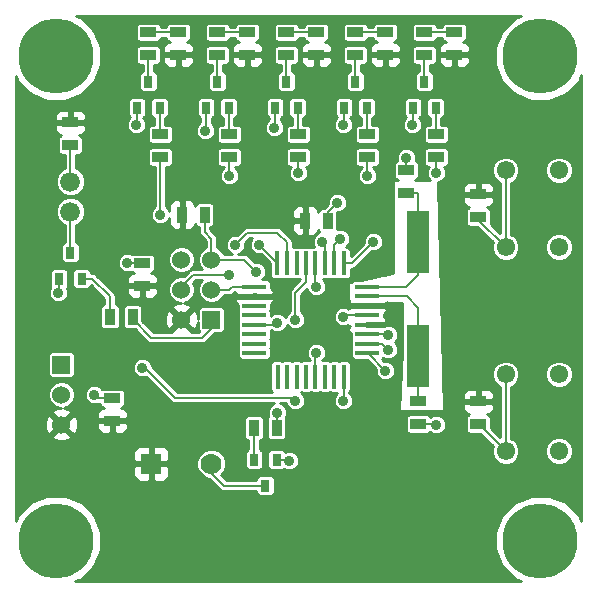
<source format=gtl>
G04 (created by PCBNEW (2013-04-19 BZR 4011)-stable) date 21/08/2014 15:39:43*
%MOIN*%
G04 Gerber Fmt 3.4, Leading zero omitted, Abs format*
%FSLAX34Y34*%
G01*
G70*
G90*
G04 APERTURE LIST*
%ADD10C,0*%
%ADD11C,0.25*%
%ADD12R,0.0787X0.0177*%
%ADD13R,0.0177X0.0787*%
%ADD14C,0.061*%
%ADD15R,0.0315X0.0394*%
%ADD16R,0.055X0.035*%
%ADD17R,0.035X0.055*%
%ADD18R,0.06X0.06*%
%ADD19C,0.06*%
%ADD20R,0.07X0.07*%
%ADD21C,0.07*%
%ADD22C,0.066*%
%ADD23R,0.076X0.21*%
%ADD24C,0.035*%
%ADD25C,0.008*%
%ADD26C,0.01*%
G04 APERTURE END LIST*
G54D10*
G54D11*
X23228Y-17322D03*
X39370Y-17322D03*
X39370Y-33464D03*
X23228Y-33464D03*
G54D12*
X33596Y-25007D03*
X33596Y-25322D03*
X33596Y-25637D03*
X33596Y-25952D03*
X33596Y-26267D03*
X33596Y-26582D03*
X33596Y-26897D03*
X33596Y-27212D03*
X29830Y-27210D03*
X29830Y-25000D03*
X29830Y-25320D03*
X29830Y-25640D03*
X29830Y-25950D03*
X29830Y-26270D03*
X29830Y-26580D03*
X29830Y-26900D03*
G54D13*
X32812Y-28000D03*
X32498Y-28000D03*
X32182Y-28000D03*
X31868Y-28000D03*
X31552Y-28000D03*
X31238Y-28000D03*
X30922Y-28000D03*
X30608Y-28000D03*
X32810Y-24220D03*
X32500Y-24220D03*
X32180Y-24220D03*
X31870Y-24220D03*
X31560Y-24220D03*
X31240Y-24220D03*
X30920Y-24220D03*
X30600Y-24220D03*
G54D14*
X39986Y-23680D03*
X38214Y-23680D03*
X39986Y-21120D03*
X38214Y-21120D03*
X39986Y-30480D03*
X38214Y-30480D03*
X39986Y-27920D03*
X38214Y-27920D03*
G54D15*
X28600Y-18167D03*
X28975Y-19033D03*
X28225Y-19033D03*
X23700Y-23867D03*
X24075Y-24733D03*
X23325Y-24733D03*
X30200Y-31633D03*
X29825Y-30767D03*
X30575Y-30767D03*
X30900Y-18167D03*
X31275Y-19033D03*
X30525Y-19033D03*
X26300Y-18167D03*
X26675Y-19033D03*
X25925Y-19033D03*
X35500Y-18167D03*
X35875Y-19033D03*
X35125Y-19033D03*
X33200Y-18167D03*
X33575Y-19033D03*
X32825Y-19033D03*
G54D16*
X33600Y-20675D03*
X33600Y-19925D03*
X37300Y-22675D03*
X37300Y-21925D03*
X37300Y-29575D03*
X37300Y-28825D03*
X36500Y-16525D03*
X36500Y-17275D03*
X35900Y-20675D03*
X35900Y-19925D03*
G54D17*
X25775Y-26000D03*
X25025Y-26000D03*
G54D16*
X23700Y-20275D03*
X23700Y-19525D03*
G54D17*
X30575Y-29700D03*
X29825Y-29700D03*
G54D16*
X33200Y-16525D03*
X33200Y-17275D03*
X29000Y-20675D03*
X29000Y-19925D03*
X29600Y-16525D03*
X29600Y-17275D03*
X28600Y-16525D03*
X28600Y-17275D03*
X31300Y-20675D03*
X31300Y-19925D03*
X31900Y-16525D03*
X31900Y-17275D03*
X30900Y-16525D03*
X30900Y-17275D03*
X34200Y-16525D03*
X34200Y-17275D03*
X26700Y-20675D03*
X26700Y-19925D03*
X27300Y-16525D03*
X27300Y-17275D03*
X26300Y-16525D03*
X26300Y-17275D03*
G54D18*
X28400Y-26100D03*
G54D19*
X27400Y-26100D03*
X28400Y-25100D03*
X27400Y-25100D03*
X28400Y-24100D03*
X27400Y-24100D03*
G54D16*
X34900Y-21125D03*
X34900Y-21875D03*
X35300Y-29575D03*
X35300Y-28825D03*
X25100Y-29475D03*
X25100Y-28725D03*
X35500Y-16525D03*
X35500Y-17275D03*
G54D17*
X27425Y-22600D03*
X28175Y-22600D03*
G54D16*
X26100Y-24975D03*
X26100Y-24225D03*
G54D17*
X31525Y-22800D03*
X32275Y-22800D03*
G54D20*
X26400Y-30900D03*
G54D21*
X28400Y-30900D03*
G54D18*
X23400Y-27600D03*
G54D19*
X23400Y-28600D03*
X23400Y-29600D03*
G54D22*
X23700Y-21500D03*
X23700Y-22500D03*
G54D23*
X35300Y-23500D03*
X35300Y-27300D03*
G54D24*
X26700Y-22600D03*
X29000Y-24600D03*
X29200Y-23600D03*
X30000Y-23600D03*
X26100Y-27700D03*
X31200Y-28800D03*
X32800Y-28800D03*
X34200Y-27800D03*
X34300Y-27100D03*
X35900Y-21200D03*
X33800Y-23500D03*
X33600Y-21300D03*
X32700Y-23400D03*
X31300Y-21200D03*
X32100Y-23500D03*
X29000Y-21300D03*
X31900Y-25000D03*
X30600Y-29200D03*
X31200Y-26100D03*
X29900Y-24500D03*
X31900Y-27200D03*
X34900Y-20700D03*
X35900Y-29600D03*
X23300Y-25200D03*
X30600Y-26200D03*
X25600Y-24200D03*
X32800Y-26000D03*
X32600Y-22200D03*
X34300Y-26600D03*
X35100Y-19600D03*
X32800Y-19600D03*
X30500Y-19700D03*
X28200Y-19800D03*
X25900Y-19600D03*
X24500Y-28600D03*
X31000Y-30800D03*
G54D25*
X26700Y-20675D02*
X26700Y-22600D01*
X30920Y-24220D02*
X30920Y-23520D01*
X27400Y-25000D02*
X27400Y-25100D01*
X27800Y-24600D02*
X27400Y-25000D01*
X29000Y-24600D02*
X27800Y-24600D01*
X29600Y-23200D02*
X29200Y-23600D01*
X30600Y-23200D02*
X29600Y-23200D01*
X30920Y-23520D02*
X30600Y-23200D01*
X30600Y-24220D02*
X30600Y-24200D01*
X30600Y-24200D02*
X30000Y-23600D01*
X25775Y-26000D02*
X25775Y-26075D01*
X28400Y-26400D02*
X28400Y-26100D01*
X28100Y-26700D02*
X28400Y-26400D01*
X26400Y-26700D02*
X28100Y-26700D01*
X25775Y-26075D02*
X26400Y-26700D01*
X29830Y-25000D02*
X29100Y-25000D01*
X29000Y-25100D02*
X28400Y-25100D01*
X29100Y-25000D02*
X29000Y-25100D01*
X32812Y-28000D02*
X32812Y-28788D01*
X26200Y-27700D02*
X26100Y-27700D01*
X27200Y-28700D02*
X26200Y-27700D01*
X31100Y-28700D02*
X27200Y-28700D01*
X31200Y-28800D02*
X31100Y-28700D01*
X32812Y-28788D02*
X32800Y-28800D01*
X33596Y-27212D02*
X33612Y-27212D01*
X33612Y-27212D02*
X34200Y-27800D01*
X37300Y-29575D02*
X37309Y-29575D01*
X37309Y-29575D02*
X38214Y-30480D01*
X38214Y-30480D02*
X38214Y-27920D01*
X34097Y-26897D02*
X34300Y-27100D01*
X33596Y-26897D02*
X34097Y-26897D01*
X37300Y-22675D02*
X37300Y-22766D01*
X37300Y-22766D02*
X38214Y-23680D01*
X38214Y-21120D02*
X38214Y-23680D01*
X32810Y-24220D02*
X33080Y-24220D01*
X35900Y-21200D02*
X35900Y-20675D01*
X33080Y-24220D02*
X33800Y-23500D01*
X32500Y-24220D02*
X32500Y-23600D01*
X33600Y-21300D02*
X33600Y-20675D01*
X32500Y-23600D02*
X32700Y-23400D01*
X32180Y-24220D02*
X32180Y-23580D01*
X31300Y-21200D02*
X31300Y-20675D01*
X32180Y-23580D02*
X32100Y-23500D01*
X31870Y-24220D02*
X31870Y-24970D01*
X29000Y-21300D02*
X29000Y-20675D01*
X31870Y-24970D02*
X31900Y-25000D01*
X31560Y-24220D02*
X31560Y-24840D01*
X30575Y-29225D02*
X30575Y-29700D01*
X30600Y-29200D02*
X30575Y-29225D01*
X31200Y-25200D02*
X31200Y-26100D01*
X31560Y-24840D02*
X31200Y-25200D01*
X28400Y-24100D02*
X28400Y-23400D01*
X28175Y-23175D02*
X28175Y-22600D01*
X28400Y-23400D02*
X28175Y-23175D01*
X31868Y-28000D02*
X31868Y-27232D01*
X29500Y-24100D02*
X28400Y-24100D01*
X29900Y-24500D02*
X29500Y-24100D01*
X31868Y-27232D02*
X31900Y-27200D01*
X35300Y-28825D02*
X35300Y-27300D01*
X33596Y-25322D02*
X34922Y-25322D01*
X34922Y-25322D02*
X35300Y-25700D01*
X35300Y-25700D02*
X35300Y-27300D01*
X35300Y-23500D02*
X35300Y-21875D01*
X35300Y-21875D02*
X34900Y-21875D01*
X33596Y-25007D02*
X34893Y-25007D01*
X35300Y-24600D02*
X35300Y-23500D01*
X34893Y-25007D02*
X35300Y-24600D01*
X34900Y-21125D02*
X34900Y-20700D01*
X35300Y-29575D02*
X35875Y-29575D01*
X35875Y-29575D02*
X35900Y-29600D01*
X23325Y-24733D02*
X23325Y-25175D01*
X23325Y-25175D02*
X23300Y-25200D01*
X29830Y-26270D02*
X30530Y-26270D01*
X30530Y-26270D02*
X30600Y-26200D01*
X26100Y-24225D02*
X25625Y-24225D01*
X25625Y-24225D02*
X25600Y-24200D01*
X33596Y-25952D02*
X32848Y-25952D01*
X32848Y-25952D02*
X32800Y-26000D01*
X32275Y-22800D02*
X32275Y-22525D01*
X32275Y-22525D02*
X32600Y-22200D01*
X33596Y-26582D02*
X34282Y-26582D01*
X34282Y-26582D02*
X34300Y-26600D01*
X35125Y-19033D02*
X35125Y-19575D01*
X35125Y-19575D02*
X35100Y-19600D01*
X32825Y-19033D02*
X32825Y-19575D01*
X32825Y-19575D02*
X32800Y-19600D01*
X30525Y-19033D02*
X30525Y-19675D01*
X30525Y-19675D02*
X30500Y-19700D01*
X28225Y-19033D02*
X28225Y-19775D01*
X28225Y-19775D02*
X28200Y-19800D01*
X25925Y-19033D02*
X25925Y-19575D01*
X25925Y-19575D02*
X25900Y-19600D01*
X25100Y-28725D02*
X24625Y-28725D01*
X24625Y-28725D02*
X24500Y-28600D01*
X30575Y-30767D02*
X30967Y-30767D01*
X30967Y-30767D02*
X31000Y-30800D01*
X26300Y-18167D02*
X26300Y-17275D01*
X26300Y-16525D02*
X27300Y-16525D01*
X26675Y-19033D02*
X26675Y-19900D01*
X26675Y-19900D02*
X26700Y-19925D01*
X30900Y-18167D02*
X30900Y-17275D01*
X33200Y-16525D02*
X34200Y-16525D01*
X28400Y-30900D02*
X28400Y-31200D01*
X28833Y-31633D02*
X30200Y-31633D01*
X28400Y-31200D02*
X28833Y-31633D01*
X29825Y-30767D02*
X29825Y-29700D01*
X23700Y-23867D02*
X23700Y-22500D01*
X23700Y-20275D02*
X23700Y-21500D01*
X25025Y-26000D02*
X25025Y-25325D01*
X24433Y-24733D02*
X24075Y-24733D01*
X25025Y-25325D02*
X24433Y-24733D01*
X24992Y-26033D02*
X25025Y-26000D01*
X30900Y-16525D02*
X31900Y-16525D01*
X31275Y-19033D02*
X31275Y-19900D01*
X31275Y-19900D02*
X31300Y-19925D01*
X28600Y-18167D02*
X28600Y-17275D01*
X35500Y-18167D02*
X35500Y-17275D01*
X28600Y-16525D02*
X29600Y-16525D01*
X28975Y-19033D02*
X28975Y-19900D01*
X28975Y-19900D02*
X29000Y-19925D01*
X35500Y-16525D02*
X36500Y-16525D01*
X35875Y-19033D02*
X35875Y-19900D01*
X35875Y-19900D02*
X35900Y-19925D01*
X33200Y-18167D02*
X33200Y-17275D01*
X33575Y-19033D02*
X33575Y-19900D01*
X33575Y-19900D02*
X33600Y-19925D01*
G54D10*
G36*
X40728Y-32824D02*
X40642Y-32615D01*
X40441Y-32414D01*
X40441Y-30389D01*
X40441Y-27829D01*
X40441Y-23589D01*
X40441Y-21029D01*
X40371Y-20862D01*
X40244Y-20734D01*
X40076Y-20665D01*
X39895Y-20664D01*
X39728Y-20734D01*
X39600Y-20861D01*
X39531Y-21029D01*
X39530Y-21210D01*
X39600Y-21377D01*
X39727Y-21505D01*
X39895Y-21574D01*
X40076Y-21575D01*
X40243Y-21505D01*
X40371Y-21378D01*
X40440Y-21210D01*
X40441Y-21029D01*
X40441Y-23589D01*
X40371Y-23422D01*
X40244Y-23294D01*
X40076Y-23225D01*
X39895Y-23224D01*
X39728Y-23294D01*
X39600Y-23421D01*
X39531Y-23589D01*
X39530Y-23770D01*
X39600Y-23937D01*
X39727Y-24065D01*
X39895Y-24134D01*
X40076Y-24135D01*
X40243Y-24065D01*
X40371Y-23938D01*
X40440Y-23770D01*
X40441Y-23589D01*
X40441Y-27829D01*
X40371Y-27662D01*
X40244Y-27534D01*
X40076Y-27465D01*
X39895Y-27464D01*
X39728Y-27534D01*
X39600Y-27661D01*
X39531Y-27829D01*
X39530Y-28010D01*
X39600Y-28177D01*
X39727Y-28305D01*
X39895Y-28374D01*
X40076Y-28375D01*
X40243Y-28305D01*
X40371Y-28178D01*
X40440Y-28010D01*
X40441Y-27829D01*
X40441Y-30389D01*
X40371Y-30222D01*
X40244Y-30094D01*
X40076Y-30025D01*
X39895Y-30024D01*
X39728Y-30094D01*
X39600Y-30221D01*
X39531Y-30389D01*
X39530Y-30570D01*
X39600Y-30737D01*
X39727Y-30865D01*
X39895Y-30934D01*
X40076Y-30935D01*
X40243Y-30865D01*
X40371Y-30738D01*
X40440Y-30570D01*
X40441Y-30389D01*
X40441Y-32414D01*
X40220Y-32193D01*
X39669Y-31964D01*
X39073Y-31964D01*
X38669Y-32131D01*
X38669Y-30389D01*
X38599Y-30222D01*
X38472Y-30094D01*
X38404Y-30066D01*
X38404Y-28333D01*
X38471Y-28305D01*
X38599Y-28178D01*
X38668Y-28010D01*
X38669Y-27829D01*
X38669Y-23589D01*
X38599Y-23422D01*
X38472Y-23294D01*
X38404Y-23266D01*
X38404Y-21533D01*
X38471Y-21505D01*
X38599Y-21378D01*
X38668Y-21210D01*
X38669Y-21029D01*
X38599Y-20862D01*
X38472Y-20734D01*
X38304Y-20665D01*
X38123Y-20664D01*
X37956Y-20734D01*
X37828Y-20861D01*
X37759Y-21029D01*
X37758Y-21210D01*
X37828Y-21377D01*
X37955Y-21505D01*
X38024Y-21533D01*
X38024Y-23221D01*
X37712Y-22909D01*
X37724Y-22879D01*
X37725Y-22820D01*
X37725Y-22470D01*
X37702Y-22415D01*
X37660Y-22372D01*
X37604Y-22350D01*
X37575Y-22349D01*
X37624Y-22349D01*
X37716Y-22311D01*
X37787Y-22241D01*
X37825Y-22149D01*
X37825Y-21700D01*
X37787Y-21608D01*
X37716Y-21538D01*
X37624Y-21500D01*
X37525Y-21499D01*
X37412Y-21500D01*
X37350Y-21562D01*
X37350Y-21875D01*
X37762Y-21875D01*
X37825Y-21812D01*
X37825Y-21700D01*
X37825Y-22149D01*
X37825Y-22037D01*
X37762Y-21975D01*
X37350Y-21975D01*
X37350Y-21982D01*
X37250Y-21982D01*
X37250Y-21975D01*
X37250Y-21875D01*
X37250Y-21562D01*
X37187Y-21500D01*
X37074Y-21499D01*
X37025Y-21499D01*
X37025Y-17499D01*
X37025Y-17050D01*
X36987Y-16958D01*
X36916Y-16888D01*
X36824Y-16850D01*
X36804Y-16850D01*
X36859Y-16827D01*
X36902Y-16785D01*
X36924Y-16729D01*
X36925Y-16670D01*
X36925Y-16320D01*
X36902Y-16265D01*
X36860Y-16222D01*
X36804Y-16200D01*
X36745Y-16199D01*
X36195Y-16199D01*
X36140Y-16222D01*
X36097Y-16264D01*
X36075Y-16320D01*
X36075Y-16335D01*
X35925Y-16335D01*
X35925Y-16320D01*
X35902Y-16265D01*
X35860Y-16222D01*
X35804Y-16200D01*
X35745Y-16199D01*
X35195Y-16199D01*
X35140Y-16222D01*
X35097Y-16264D01*
X35075Y-16320D01*
X35074Y-16379D01*
X35074Y-16729D01*
X35097Y-16784D01*
X35139Y-16827D01*
X35195Y-16849D01*
X35254Y-16850D01*
X35804Y-16850D01*
X35859Y-16827D01*
X35902Y-16785D01*
X35924Y-16729D01*
X35924Y-16715D01*
X36074Y-16715D01*
X36074Y-16729D01*
X36097Y-16784D01*
X36139Y-16827D01*
X36195Y-16849D01*
X36224Y-16850D01*
X36175Y-16850D01*
X36083Y-16888D01*
X36012Y-16958D01*
X35974Y-17050D01*
X35975Y-17162D01*
X36037Y-17225D01*
X36450Y-17225D01*
X36450Y-17217D01*
X36550Y-17217D01*
X36550Y-17225D01*
X36962Y-17225D01*
X37025Y-17162D01*
X37025Y-17050D01*
X37025Y-17499D01*
X37025Y-17387D01*
X36962Y-17325D01*
X36550Y-17325D01*
X36550Y-17637D01*
X36612Y-17700D01*
X36725Y-17700D01*
X36824Y-17699D01*
X36916Y-17661D01*
X36987Y-17591D01*
X37025Y-17499D01*
X37025Y-21499D01*
X36975Y-21500D01*
X36883Y-21538D01*
X36812Y-21608D01*
X36774Y-21700D01*
X36775Y-21812D01*
X36837Y-21875D01*
X37250Y-21875D01*
X37250Y-21975D01*
X36837Y-21975D01*
X36775Y-22037D01*
X36774Y-22149D01*
X36812Y-22241D01*
X36883Y-22311D01*
X36975Y-22349D01*
X36995Y-22349D01*
X36995Y-22349D01*
X36940Y-22372D01*
X36897Y-22414D01*
X36875Y-22470D01*
X36874Y-22529D01*
X36874Y-22879D01*
X36897Y-22934D01*
X36939Y-22977D01*
X36995Y-22999D01*
X37054Y-23000D01*
X37265Y-23000D01*
X37787Y-23521D01*
X37759Y-23589D01*
X37758Y-23770D01*
X37828Y-23937D01*
X37955Y-24065D01*
X38123Y-24134D01*
X38304Y-24135D01*
X38471Y-24065D01*
X38599Y-23938D01*
X38668Y-23770D01*
X38669Y-23589D01*
X38669Y-27829D01*
X38599Y-27662D01*
X38472Y-27534D01*
X38304Y-27465D01*
X38123Y-27464D01*
X37956Y-27534D01*
X37828Y-27661D01*
X37759Y-27829D01*
X37758Y-28010D01*
X37828Y-28177D01*
X37955Y-28305D01*
X38024Y-28333D01*
X38024Y-30021D01*
X37725Y-29722D01*
X37725Y-29720D01*
X37725Y-29370D01*
X37702Y-29315D01*
X37660Y-29272D01*
X37604Y-29250D01*
X37575Y-29249D01*
X37624Y-29249D01*
X37716Y-29211D01*
X37787Y-29141D01*
X37825Y-29049D01*
X37825Y-28600D01*
X37787Y-28508D01*
X37716Y-28438D01*
X37624Y-28400D01*
X37525Y-28399D01*
X37412Y-28400D01*
X37350Y-28462D01*
X37350Y-28775D01*
X37762Y-28775D01*
X37825Y-28712D01*
X37825Y-28600D01*
X37825Y-29049D01*
X37825Y-28937D01*
X37762Y-28875D01*
X37350Y-28875D01*
X37350Y-28882D01*
X37250Y-28882D01*
X37250Y-28875D01*
X37250Y-28775D01*
X37250Y-28462D01*
X37187Y-28400D01*
X37074Y-28399D01*
X36975Y-28400D01*
X36883Y-28438D01*
X36812Y-28508D01*
X36774Y-28600D01*
X36775Y-28712D01*
X36837Y-28775D01*
X37250Y-28775D01*
X37250Y-28875D01*
X36837Y-28875D01*
X36775Y-28937D01*
X36774Y-29049D01*
X36812Y-29141D01*
X36883Y-29211D01*
X36975Y-29249D01*
X36995Y-29249D01*
X36995Y-29249D01*
X36940Y-29272D01*
X36897Y-29314D01*
X36875Y-29370D01*
X36874Y-29429D01*
X36874Y-29779D01*
X36897Y-29834D01*
X36939Y-29877D01*
X36995Y-29899D01*
X37054Y-29900D01*
X37365Y-29900D01*
X37787Y-30321D01*
X37759Y-30389D01*
X37758Y-30570D01*
X37828Y-30737D01*
X37955Y-30865D01*
X38123Y-30934D01*
X38304Y-30935D01*
X38471Y-30865D01*
X38599Y-30738D01*
X38668Y-30570D01*
X38669Y-30389D01*
X38669Y-32131D01*
X38521Y-32192D01*
X38099Y-32613D01*
X37870Y-33164D01*
X37869Y-33761D01*
X38097Y-34313D01*
X38519Y-34735D01*
X38730Y-34823D01*
X36450Y-34823D01*
X36450Y-17637D01*
X36450Y-17325D01*
X36037Y-17325D01*
X35975Y-17387D01*
X35974Y-17499D01*
X36012Y-17591D01*
X36083Y-17661D01*
X36175Y-17699D01*
X36274Y-17700D01*
X36387Y-17700D01*
X36450Y-17637D01*
X36450Y-34823D01*
X36325Y-34823D01*
X36325Y-20820D01*
X36325Y-20470D01*
X36325Y-20070D01*
X36325Y-19720D01*
X36302Y-19665D01*
X36260Y-19622D01*
X36204Y-19600D01*
X36145Y-19599D01*
X36065Y-19599D01*
X36065Y-19378D01*
X36117Y-19357D01*
X36159Y-19315D01*
X36182Y-19259D01*
X36182Y-19200D01*
X36182Y-18806D01*
X36159Y-18751D01*
X36117Y-18708D01*
X36062Y-18686D01*
X36002Y-18685D01*
X35925Y-18685D01*
X35925Y-17420D01*
X35925Y-17070D01*
X35902Y-17015D01*
X35860Y-16972D01*
X35804Y-16950D01*
X35745Y-16949D01*
X35195Y-16949D01*
X35140Y-16972D01*
X35097Y-17014D01*
X35075Y-17070D01*
X35074Y-17129D01*
X35074Y-17479D01*
X35097Y-17534D01*
X35139Y-17577D01*
X35195Y-17599D01*
X35254Y-17600D01*
X35310Y-17600D01*
X35310Y-17821D01*
X35257Y-17842D01*
X35215Y-17884D01*
X35192Y-17940D01*
X35192Y-17999D01*
X35192Y-18393D01*
X35215Y-18448D01*
X35257Y-18491D01*
X35312Y-18513D01*
X35372Y-18514D01*
X35687Y-18514D01*
X35742Y-18491D01*
X35784Y-18449D01*
X35807Y-18393D01*
X35807Y-18334D01*
X35807Y-17940D01*
X35784Y-17885D01*
X35742Y-17842D01*
X35690Y-17821D01*
X35690Y-17600D01*
X35804Y-17600D01*
X35859Y-17577D01*
X35902Y-17535D01*
X35924Y-17479D01*
X35925Y-17420D01*
X35925Y-18685D01*
X35687Y-18685D01*
X35632Y-18708D01*
X35590Y-18750D01*
X35567Y-18806D01*
X35567Y-18865D01*
X35567Y-19259D01*
X35590Y-19314D01*
X35632Y-19357D01*
X35685Y-19378D01*
X35685Y-19599D01*
X35595Y-19599D01*
X35540Y-19622D01*
X35497Y-19664D01*
X35475Y-19720D01*
X35474Y-19779D01*
X35474Y-20129D01*
X35497Y-20184D01*
X35539Y-20227D01*
X35595Y-20249D01*
X35654Y-20250D01*
X36204Y-20250D01*
X36259Y-20227D01*
X36302Y-20185D01*
X36324Y-20129D01*
X36325Y-20070D01*
X36325Y-20470D01*
X36302Y-20415D01*
X36260Y-20372D01*
X36204Y-20350D01*
X36145Y-20349D01*
X35595Y-20349D01*
X35540Y-20372D01*
X35497Y-20414D01*
X35475Y-20470D01*
X35474Y-20529D01*
X35474Y-20879D01*
X35497Y-20934D01*
X35539Y-20977D01*
X35595Y-20999D01*
X35640Y-21000D01*
X35624Y-21015D01*
X35575Y-21135D01*
X35574Y-21264D01*
X35624Y-21383D01*
X35690Y-21450D01*
X35432Y-21450D01*
X35432Y-19200D01*
X35432Y-18806D01*
X35409Y-18751D01*
X35367Y-18708D01*
X35312Y-18686D01*
X35252Y-18685D01*
X34937Y-18685D01*
X34882Y-18708D01*
X34840Y-18750D01*
X34817Y-18806D01*
X34817Y-18865D01*
X34817Y-19259D01*
X34840Y-19314D01*
X34882Y-19357D01*
X34883Y-19357D01*
X34824Y-19415D01*
X34775Y-19535D01*
X34774Y-19664D01*
X34824Y-19783D01*
X34915Y-19875D01*
X35035Y-19924D01*
X35164Y-19925D01*
X35283Y-19875D01*
X35375Y-19784D01*
X35424Y-19664D01*
X35425Y-19535D01*
X35375Y-19416D01*
X35331Y-19372D01*
X35367Y-19357D01*
X35409Y-19315D01*
X35432Y-19259D01*
X35432Y-19200D01*
X35432Y-21450D01*
X35204Y-21450D01*
X35259Y-21427D01*
X35302Y-21385D01*
X35324Y-21329D01*
X35325Y-21270D01*
X35325Y-20920D01*
X35302Y-20865D01*
X35260Y-20822D01*
X35209Y-20801D01*
X35224Y-20764D01*
X35225Y-20635D01*
X35175Y-20516D01*
X35084Y-20424D01*
X34964Y-20375D01*
X34835Y-20374D01*
X34725Y-20420D01*
X34725Y-17499D01*
X34725Y-17050D01*
X34687Y-16958D01*
X34616Y-16888D01*
X34524Y-16850D01*
X34504Y-16850D01*
X34559Y-16827D01*
X34602Y-16785D01*
X34624Y-16729D01*
X34625Y-16670D01*
X34625Y-16320D01*
X34602Y-16265D01*
X34560Y-16222D01*
X34504Y-16200D01*
X34445Y-16199D01*
X33895Y-16199D01*
X33840Y-16222D01*
X33797Y-16264D01*
X33775Y-16320D01*
X33775Y-16335D01*
X33625Y-16335D01*
X33625Y-16320D01*
X33602Y-16265D01*
X33560Y-16222D01*
X33504Y-16200D01*
X33445Y-16199D01*
X32895Y-16199D01*
X32840Y-16222D01*
X32797Y-16264D01*
X32775Y-16320D01*
X32774Y-16379D01*
X32774Y-16729D01*
X32797Y-16784D01*
X32839Y-16827D01*
X32895Y-16849D01*
X32954Y-16850D01*
X33504Y-16850D01*
X33559Y-16827D01*
X33602Y-16785D01*
X33624Y-16729D01*
X33624Y-16715D01*
X33774Y-16715D01*
X33774Y-16729D01*
X33797Y-16784D01*
X33839Y-16827D01*
X33895Y-16849D01*
X33924Y-16850D01*
X33875Y-16850D01*
X33783Y-16888D01*
X33712Y-16958D01*
X33674Y-17050D01*
X33675Y-17162D01*
X33737Y-17225D01*
X34150Y-17225D01*
X34150Y-17217D01*
X34250Y-17217D01*
X34250Y-17225D01*
X34662Y-17225D01*
X34725Y-17162D01*
X34725Y-17050D01*
X34725Y-17499D01*
X34725Y-17387D01*
X34662Y-17325D01*
X34250Y-17325D01*
X34250Y-17637D01*
X34312Y-17700D01*
X34425Y-17700D01*
X34524Y-17699D01*
X34616Y-17661D01*
X34687Y-17591D01*
X34725Y-17499D01*
X34725Y-20420D01*
X34716Y-20424D01*
X34624Y-20515D01*
X34575Y-20635D01*
X34574Y-20764D01*
X34590Y-20801D01*
X34540Y-20822D01*
X34497Y-20864D01*
X34475Y-20920D01*
X34474Y-20979D01*
X34474Y-21329D01*
X34497Y-21384D01*
X34539Y-21427D01*
X34595Y-21449D01*
X34624Y-21450D01*
X34450Y-21450D01*
X34450Y-24559D01*
X34150Y-24619D01*
X34150Y-17637D01*
X34150Y-17325D01*
X33737Y-17325D01*
X33675Y-17387D01*
X33674Y-17499D01*
X33712Y-17591D01*
X33783Y-17661D01*
X33875Y-17699D01*
X33974Y-17700D01*
X34087Y-17700D01*
X34150Y-17637D01*
X34150Y-24619D01*
X34125Y-24623D01*
X34125Y-23435D01*
X34075Y-23316D01*
X34025Y-23265D01*
X34025Y-20820D01*
X34025Y-20470D01*
X34025Y-20070D01*
X34025Y-19720D01*
X34002Y-19665D01*
X33960Y-19622D01*
X33904Y-19600D01*
X33845Y-19599D01*
X33765Y-19599D01*
X33765Y-19378D01*
X33817Y-19357D01*
X33859Y-19315D01*
X33882Y-19259D01*
X33882Y-19200D01*
X33882Y-18806D01*
X33859Y-18751D01*
X33817Y-18708D01*
X33762Y-18686D01*
X33702Y-18685D01*
X33625Y-18685D01*
X33625Y-17420D01*
X33625Y-17070D01*
X33602Y-17015D01*
X33560Y-16972D01*
X33504Y-16950D01*
X33445Y-16949D01*
X32895Y-16949D01*
X32840Y-16972D01*
X32797Y-17014D01*
X32775Y-17070D01*
X32774Y-17129D01*
X32774Y-17479D01*
X32797Y-17534D01*
X32839Y-17577D01*
X32895Y-17599D01*
X32954Y-17600D01*
X33010Y-17600D01*
X33010Y-17821D01*
X32957Y-17842D01*
X32915Y-17884D01*
X32892Y-17940D01*
X32892Y-17999D01*
X32892Y-18393D01*
X32915Y-18448D01*
X32957Y-18491D01*
X33012Y-18513D01*
X33072Y-18514D01*
X33387Y-18514D01*
X33442Y-18491D01*
X33484Y-18449D01*
X33507Y-18393D01*
X33507Y-18334D01*
X33507Y-17940D01*
X33484Y-17885D01*
X33442Y-17842D01*
X33390Y-17821D01*
X33390Y-17600D01*
X33504Y-17600D01*
X33559Y-17577D01*
X33602Y-17535D01*
X33624Y-17479D01*
X33625Y-17420D01*
X33625Y-18685D01*
X33387Y-18685D01*
X33332Y-18708D01*
X33290Y-18750D01*
X33267Y-18806D01*
X33267Y-18865D01*
X33267Y-19259D01*
X33290Y-19314D01*
X33332Y-19357D01*
X33385Y-19378D01*
X33385Y-19599D01*
X33295Y-19599D01*
X33240Y-19622D01*
X33197Y-19664D01*
X33175Y-19720D01*
X33174Y-19779D01*
X33174Y-20129D01*
X33197Y-20184D01*
X33239Y-20227D01*
X33295Y-20249D01*
X33354Y-20250D01*
X33904Y-20250D01*
X33959Y-20227D01*
X34002Y-20185D01*
X34024Y-20129D01*
X34025Y-20070D01*
X34025Y-20470D01*
X34002Y-20415D01*
X33960Y-20372D01*
X33904Y-20350D01*
X33845Y-20349D01*
X33295Y-20349D01*
X33240Y-20372D01*
X33197Y-20414D01*
X33175Y-20470D01*
X33174Y-20529D01*
X33174Y-20879D01*
X33197Y-20934D01*
X33239Y-20977D01*
X33295Y-20999D01*
X33354Y-21000D01*
X33410Y-21000D01*
X33410Y-21030D01*
X33324Y-21115D01*
X33275Y-21235D01*
X33274Y-21364D01*
X33324Y-21483D01*
X33415Y-21575D01*
X33535Y-21624D01*
X33664Y-21625D01*
X33783Y-21575D01*
X33875Y-21484D01*
X33924Y-21364D01*
X33925Y-21235D01*
X33875Y-21116D01*
X33790Y-21030D01*
X33790Y-21000D01*
X33904Y-21000D01*
X33959Y-20977D01*
X34002Y-20935D01*
X34024Y-20879D01*
X34025Y-20820D01*
X34025Y-23265D01*
X33984Y-23224D01*
X33864Y-23175D01*
X33735Y-23174D01*
X33616Y-23224D01*
X33524Y-23315D01*
X33475Y-23435D01*
X33474Y-23556D01*
X33132Y-23898D01*
X33132Y-19200D01*
X33132Y-18806D01*
X33109Y-18751D01*
X33067Y-18708D01*
X33012Y-18686D01*
X32952Y-18685D01*
X32637Y-18685D01*
X32582Y-18708D01*
X32540Y-18750D01*
X32517Y-18806D01*
X32517Y-18865D01*
X32517Y-19259D01*
X32540Y-19314D01*
X32582Y-19357D01*
X32583Y-19357D01*
X32524Y-19415D01*
X32475Y-19535D01*
X32474Y-19664D01*
X32524Y-19783D01*
X32615Y-19875D01*
X32735Y-19924D01*
X32864Y-19925D01*
X32983Y-19875D01*
X33075Y-19784D01*
X33124Y-19664D01*
X33125Y-19535D01*
X33075Y-19416D01*
X33031Y-19372D01*
X33067Y-19357D01*
X33109Y-19315D01*
X33132Y-19259D01*
X33132Y-19200D01*
X33132Y-23898D01*
X33048Y-23982D01*
X33048Y-23796D01*
X33025Y-23741D01*
X32983Y-23699D01*
X32928Y-23676D01*
X32881Y-23676D01*
X32883Y-23675D01*
X32975Y-23584D01*
X33024Y-23464D01*
X33025Y-23335D01*
X32975Y-23216D01*
X32884Y-23124D01*
X32764Y-23075D01*
X32635Y-23074D01*
X32599Y-23089D01*
X32600Y-23045D01*
X32600Y-22525D01*
X32664Y-22525D01*
X32783Y-22475D01*
X32875Y-22384D01*
X32924Y-22264D01*
X32925Y-22135D01*
X32875Y-22016D01*
X32784Y-21924D01*
X32664Y-21875D01*
X32535Y-21874D01*
X32425Y-21920D01*
X32425Y-17499D01*
X32425Y-17050D01*
X32387Y-16958D01*
X32316Y-16888D01*
X32224Y-16850D01*
X32204Y-16850D01*
X32259Y-16827D01*
X32302Y-16785D01*
X32324Y-16729D01*
X32325Y-16670D01*
X32325Y-16320D01*
X32302Y-16265D01*
X32260Y-16222D01*
X32204Y-16200D01*
X32145Y-16199D01*
X31595Y-16199D01*
X31540Y-16222D01*
X31497Y-16264D01*
X31475Y-16320D01*
X31475Y-16335D01*
X31325Y-16335D01*
X31325Y-16320D01*
X31302Y-16265D01*
X31260Y-16222D01*
X31204Y-16200D01*
X31145Y-16199D01*
X30595Y-16199D01*
X30540Y-16222D01*
X30497Y-16264D01*
X30475Y-16320D01*
X30474Y-16379D01*
X30474Y-16729D01*
X30497Y-16784D01*
X30539Y-16827D01*
X30595Y-16849D01*
X30654Y-16850D01*
X31204Y-16850D01*
X31259Y-16827D01*
X31302Y-16785D01*
X31324Y-16729D01*
X31324Y-16715D01*
X31474Y-16715D01*
X31474Y-16729D01*
X31497Y-16784D01*
X31539Y-16827D01*
X31595Y-16849D01*
X31624Y-16850D01*
X31575Y-16850D01*
X31483Y-16888D01*
X31412Y-16958D01*
X31374Y-17050D01*
X31375Y-17162D01*
X31437Y-17225D01*
X31850Y-17225D01*
X31850Y-17217D01*
X31950Y-17217D01*
X31950Y-17225D01*
X32362Y-17225D01*
X32425Y-17162D01*
X32425Y-17050D01*
X32425Y-17499D01*
X32425Y-17387D01*
X32362Y-17325D01*
X31950Y-17325D01*
X31950Y-17637D01*
X32012Y-17700D01*
X32125Y-17700D01*
X32224Y-17699D01*
X32316Y-17661D01*
X32387Y-17591D01*
X32425Y-17499D01*
X32425Y-21920D01*
X32416Y-21924D01*
X32324Y-22015D01*
X32275Y-22135D01*
X32274Y-22256D01*
X32156Y-22374D01*
X32070Y-22374D01*
X32015Y-22397D01*
X31972Y-22439D01*
X31950Y-22495D01*
X31949Y-22524D01*
X31949Y-22475D01*
X31911Y-22383D01*
X31850Y-22321D01*
X31850Y-17637D01*
X31850Y-17325D01*
X31437Y-17325D01*
X31375Y-17387D01*
X31374Y-17499D01*
X31412Y-17591D01*
X31483Y-17661D01*
X31575Y-17699D01*
X31674Y-17700D01*
X31787Y-17700D01*
X31850Y-17637D01*
X31850Y-22321D01*
X31841Y-22312D01*
X31749Y-22274D01*
X31725Y-22274D01*
X31725Y-20820D01*
X31725Y-20470D01*
X31725Y-20070D01*
X31725Y-19720D01*
X31702Y-19665D01*
X31660Y-19622D01*
X31604Y-19600D01*
X31545Y-19599D01*
X31465Y-19599D01*
X31465Y-19378D01*
X31517Y-19357D01*
X31559Y-19315D01*
X31582Y-19259D01*
X31582Y-19200D01*
X31582Y-18806D01*
X31559Y-18751D01*
X31517Y-18708D01*
X31462Y-18686D01*
X31402Y-18685D01*
X31325Y-18685D01*
X31325Y-17420D01*
X31325Y-17070D01*
X31302Y-17015D01*
X31260Y-16972D01*
X31204Y-16950D01*
X31145Y-16949D01*
X30595Y-16949D01*
X30540Y-16972D01*
X30497Y-17014D01*
X30475Y-17070D01*
X30474Y-17129D01*
X30474Y-17479D01*
X30497Y-17534D01*
X30539Y-17577D01*
X30595Y-17599D01*
X30654Y-17600D01*
X30710Y-17600D01*
X30710Y-17821D01*
X30657Y-17842D01*
X30615Y-17884D01*
X30592Y-17940D01*
X30592Y-17999D01*
X30592Y-18393D01*
X30615Y-18448D01*
X30657Y-18491D01*
X30712Y-18513D01*
X30772Y-18514D01*
X31087Y-18514D01*
X31142Y-18491D01*
X31184Y-18449D01*
X31207Y-18393D01*
X31207Y-18334D01*
X31207Y-17940D01*
X31184Y-17885D01*
X31142Y-17842D01*
X31090Y-17821D01*
X31090Y-17600D01*
X31204Y-17600D01*
X31259Y-17577D01*
X31302Y-17535D01*
X31324Y-17479D01*
X31325Y-17420D01*
X31325Y-18685D01*
X31087Y-18685D01*
X31032Y-18708D01*
X30990Y-18750D01*
X30967Y-18806D01*
X30967Y-18865D01*
X30967Y-19259D01*
X30990Y-19314D01*
X31032Y-19357D01*
X31085Y-19378D01*
X31085Y-19599D01*
X30995Y-19599D01*
X30940Y-19622D01*
X30897Y-19664D01*
X30875Y-19720D01*
X30874Y-19779D01*
X30874Y-20129D01*
X30897Y-20184D01*
X30939Y-20227D01*
X30995Y-20249D01*
X31054Y-20250D01*
X31604Y-20250D01*
X31659Y-20227D01*
X31702Y-20185D01*
X31724Y-20129D01*
X31725Y-20070D01*
X31725Y-20470D01*
X31702Y-20415D01*
X31660Y-20372D01*
X31604Y-20350D01*
X31545Y-20349D01*
X30995Y-20349D01*
X30940Y-20372D01*
X30897Y-20414D01*
X30875Y-20470D01*
X30874Y-20529D01*
X30874Y-20879D01*
X30897Y-20934D01*
X30939Y-20977D01*
X30995Y-20999D01*
X31040Y-21000D01*
X31024Y-21015D01*
X30975Y-21135D01*
X30974Y-21264D01*
X31024Y-21383D01*
X31115Y-21475D01*
X31235Y-21524D01*
X31364Y-21525D01*
X31483Y-21475D01*
X31575Y-21384D01*
X31624Y-21264D01*
X31625Y-21135D01*
X31575Y-21016D01*
X31559Y-21000D01*
X31604Y-21000D01*
X31659Y-20977D01*
X31702Y-20935D01*
X31724Y-20879D01*
X31725Y-20820D01*
X31725Y-22274D01*
X31637Y-22275D01*
X31575Y-22337D01*
X31575Y-22750D01*
X31582Y-22750D01*
X31582Y-22850D01*
X31575Y-22850D01*
X31575Y-23262D01*
X31637Y-23325D01*
X31749Y-23325D01*
X31841Y-23287D01*
X31911Y-23216D01*
X31949Y-23124D01*
X31949Y-23104D01*
X31949Y-23104D01*
X31972Y-23159D01*
X32001Y-23188D01*
X31916Y-23224D01*
X31824Y-23315D01*
X31775Y-23435D01*
X31774Y-23564D01*
X31821Y-23676D01*
X31751Y-23676D01*
X31714Y-23691D01*
X31678Y-23676D01*
X31618Y-23676D01*
X31475Y-23676D01*
X31475Y-23262D01*
X31475Y-22850D01*
X31475Y-22750D01*
X31475Y-22337D01*
X31412Y-22275D01*
X31300Y-22274D01*
X31208Y-22312D01*
X31138Y-22383D01*
X31100Y-22475D01*
X31099Y-22574D01*
X31100Y-22687D01*
X31162Y-22750D01*
X31475Y-22750D01*
X31475Y-22850D01*
X31162Y-22850D01*
X31100Y-22912D01*
X31099Y-23025D01*
X31100Y-23124D01*
X31138Y-23216D01*
X31208Y-23287D01*
X31300Y-23325D01*
X31412Y-23325D01*
X31475Y-23262D01*
X31475Y-23676D01*
X31441Y-23676D01*
X31399Y-23693D01*
X31358Y-23676D01*
X31298Y-23676D01*
X31121Y-23676D01*
X31110Y-23681D01*
X31110Y-23520D01*
X31109Y-23519D01*
X31110Y-23519D01*
X31095Y-23447D01*
X31054Y-23385D01*
X31054Y-23385D01*
X30832Y-23163D01*
X30832Y-19200D01*
X30832Y-18806D01*
X30809Y-18751D01*
X30767Y-18708D01*
X30712Y-18686D01*
X30652Y-18685D01*
X30337Y-18685D01*
X30282Y-18708D01*
X30240Y-18750D01*
X30217Y-18806D01*
X30217Y-18865D01*
X30217Y-19259D01*
X30240Y-19314D01*
X30282Y-19357D01*
X30335Y-19378D01*
X30335Y-19416D01*
X30316Y-19424D01*
X30224Y-19515D01*
X30175Y-19635D01*
X30174Y-19764D01*
X30224Y-19883D01*
X30315Y-19975D01*
X30435Y-20024D01*
X30564Y-20025D01*
X30683Y-19975D01*
X30775Y-19884D01*
X30824Y-19764D01*
X30825Y-19635D01*
X30775Y-19516D01*
X30715Y-19455D01*
X30715Y-19378D01*
X30767Y-19357D01*
X30809Y-19315D01*
X30832Y-19259D01*
X30832Y-19200D01*
X30832Y-23163D01*
X30734Y-23065D01*
X30672Y-23024D01*
X30600Y-23010D01*
X30125Y-23010D01*
X30125Y-17499D01*
X30125Y-17050D01*
X30087Y-16958D01*
X30016Y-16888D01*
X29924Y-16850D01*
X29904Y-16850D01*
X29959Y-16827D01*
X30002Y-16785D01*
X30024Y-16729D01*
X30025Y-16670D01*
X30025Y-16320D01*
X30002Y-16265D01*
X29960Y-16222D01*
X29904Y-16200D01*
X29845Y-16199D01*
X29295Y-16199D01*
X29240Y-16222D01*
X29197Y-16264D01*
X29175Y-16320D01*
X29175Y-16335D01*
X29025Y-16335D01*
X29025Y-16320D01*
X29002Y-16265D01*
X28960Y-16222D01*
X28904Y-16200D01*
X28845Y-16199D01*
X28295Y-16199D01*
X28240Y-16222D01*
X28197Y-16264D01*
X28175Y-16320D01*
X28174Y-16379D01*
X28174Y-16729D01*
X28197Y-16784D01*
X28239Y-16827D01*
X28295Y-16849D01*
X28354Y-16850D01*
X28904Y-16850D01*
X28959Y-16827D01*
X29002Y-16785D01*
X29024Y-16729D01*
X29024Y-16715D01*
X29174Y-16715D01*
X29174Y-16729D01*
X29197Y-16784D01*
X29239Y-16827D01*
X29295Y-16849D01*
X29324Y-16850D01*
X29275Y-16850D01*
X29183Y-16888D01*
X29112Y-16958D01*
X29074Y-17050D01*
X29075Y-17162D01*
X29137Y-17225D01*
X29550Y-17225D01*
X29550Y-17217D01*
X29650Y-17217D01*
X29650Y-17225D01*
X30062Y-17225D01*
X30125Y-17162D01*
X30125Y-17050D01*
X30125Y-17499D01*
X30125Y-17387D01*
X30062Y-17325D01*
X29650Y-17325D01*
X29650Y-17637D01*
X29712Y-17700D01*
X29825Y-17700D01*
X29924Y-17699D01*
X30016Y-17661D01*
X30087Y-17591D01*
X30125Y-17499D01*
X30125Y-23010D01*
X29600Y-23010D01*
X29599Y-23010D01*
X29585Y-23012D01*
X29550Y-23019D01*
X29550Y-17637D01*
X29550Y-17325D01*
X29137Y-17325D01*
X29075Y-17387D01*
X29074Y-17499D01*
X29112Y-17591D01*
X29183Y-17661D01*
X29275Y-17699D01*
X29374Y-17700D01*
X29487Y-17700D01*
X29550Y-17637D01*
X29550Y-23019D01*
X29527Y-23024D01*
X29465Y-23065D01*
X29465Y-23065D01*
X29425Y-23106D01*
X29425Y-20820D01*
X29425Y-20470D01*
X29425Y-20070D01*
X29425Y-19720D01*
X29402Y-19665D01*
X29360Y-19622D01*
X29304Y-19600D01*
X29245Y-19599D01*
X29165Y-19599D01*
X29165Y-19378D01*
X29217Y-19357D01*
X29259Y-19315D01*
X29282Y-19259D01*
X29282Y-19200D01*
X29282Y-18806D01*
X29259Y-18751D01*
X29217Y-18708D01*
X29162Y-18686D01*
X29102Y-18685D01*
X29025Y-18685D01*
X29025Y-17420D01*
X29025Y-17070D01*
X29002Y-17015D01*
X28960Y-16972D01*
X28904Y-16950D01*
X28845Y-16949D01*
X28295Y-16949D01*
X28240Y-16972D01*
X28197Y-17014D01*
X28175Y-17070D01*
X28174Y-17129D01*
X28174Y-17479D01*
X28197Y-17534D01*
X28239Y-17577D01*
X28295Y-17599D01*
X28354Y-17600D01*
X28410Y-17600D01*
X28410Y-17821D01*
X28357Y-17842D01*
X28315Y-17884D01*
X28292Y-17940D01*
X28292Y-17999D01*
X28292Y-18393D01*
X28315Y-18448D01*
X28357Y-18491D01*
X28412Y-18513D01*
X28472Y-18514D01*
X28787Y-18514D01*
X28842Y-18491D01*
X28884Y-18449D01*
X28907Y-18393D01*
X28907Y-18334D01*
X28907Y-17940D01*
X28884Y-17885D01*
X28842Y-17842D01*
X28790Y-17821D01*
X28790Y-17600D01*
X28904Y-17600D01*
X28959Y-17577D01*
X29002Y-17535D01*
X29024Y-17479D01*
X29025Y-17420D01*
X29025Y-18685D01*
X28787Y-18685D01*
X28732Y-18708D01*
X28690Y-18750D01*
X28667Y-18806D01*
X28667Y-18865D01*
X28667Y-19259D01*
X28690Y-19314D01*
X28732Y-19357D01*
X28785Y-19378D01*
X28785Y-19599D01*
X28695Y-19599D01*
X28640Y-19622D01*
X28597Y-19664D01*
X28575Y-19720D01*
X28574Y-19779D01*
X28574Y-20129D01*
X28597Y-20184D01*
X28639Y-20227D01*
X28695Y-20249D01*
X28754Y-20250D01*
X29304Y-20250D01*
X29359Y-20227D01*
X29402Y-20185D01*
X29424Y-20129D01*
X29425Y-20070D01*
X29425Y-20470D01*
X29402Y-20415D01*
X29360Y-20372D01*
X29304Y-20350D01*
X29245Y-20349D01*
X28695Y-20349D01*
X28640Y-20372D01*
X28597Y-20414D01*
X28575Y-20470D01*
X28574Y-20529D01*
X28574Y-20879D01*
X28597Y-20934D01*
X28639Y-20977D01*
X28695Y-20999D01*
X28754Y-21000D01*
X28810Y-21000D01*
X28810Y-21030D01*
X28724Y-21115D01*
X28675Y-21235D01*
X28674Y-21364D01*
X28724Y-21483D01*
X28815Y-21575D01*
X28935Y-21624D01*
X29064Y-21625D01*
X29183Y-21575D01*
X29275Y-21484D01*
X29324Y-21364D01*
X29325Y-21235D01*
X29275Y-21116D01*
X29190Y-21030D01*
X29190Y-21000D01*
X29304Y-21000D01*
X29359Y-20977D01*
X29402Y-20935D01*
X29424Y-20879D01*
X29425Y-20820D01*
X29425Y-23106D01*
X29256Y-23275D01*
X29135Y-23274D01*
X29016Y-23324D01*
X28924Y-23415D01*
X28875Y-23535D01*
X28874Y-23664D01*
X28924Y-23783D01*
X29015Y-23875D01*
X29099Y-23910D01*
X28808Y-23910D01*
X28781Y-23845D01*
X28655Y-23718D01*
X28590Y-23691D01*
X28590Y-23400D01*
X28575Y-23327D01*
X28534Y-23265D01*
X28532Y-23263D01*
X28532Y-19200D01*
X28532Y-18806D01*
X28509Y-18751D01*
X28467Y-18708D01*
X28412Y-18686D01*
X28352Y-18685D01*
X28037Y-18685D01*
X27982Y-18708D01*
X27940Y-18750D01*
X27917Y-18806D01*
X27917Y-18865D01*
X27917Y-19259D01*
X27940Y-19314D01*
X27982Y-19357D01*
X28035Y-19378D01*
X28035Y-19516D01*
X28016Y-19524D01*
X27924Y-19615D01*
X27875Y-19735D01*
X27874Y-19864D01*
X27924Y-19983D01*
X28015Y-20075D01*
X28135Y-20124D01*
X28264Y-20125D01*
X28383Y-20075D01*
X28475Y-19984D01*
X28524Y-19864D01*
X28525Y-19735D01*
X28475Y-19616D01*
X28415Y-19555D01*
X28415Y-19378D01*
X28467Y-19357D01*
X28509Y-19315D01*
X28532Y-19259D01*
X28532Y-19200D01*
X28532Y-23263D01*
X28365Y-23096D01*
X28365Y-23025D01*
X28379Y-23025D01*
X28434Y-23002D01*
X28477Y-22960D01*
X28499Y-22904D01*
X28500Y-22845D01*
X28500Y-22295D01*
X28477Y-22240D01*
X28435Y-22197D01*
X28379Y-22175D01*
X28320Y-22174D01*
X27970Y-22174D01*
X27915Y-22197D01*
X27872Y-22239D01*
X27850Y-22295D01*
X27849Y-22324D01*
X27849Y-22275D01*
X27825Y-22215D01*
X27825Y-17499D01*
X27825Y-17050D01*
X27787Y-16958D01*
X27716Y-16888D01*
X27624Y-16850D01*
X27604Y-16850D01*
X27659Y-16827D01*
X27702Y-16785D01*
X27724Y-16729D01*
X27725Y-16670D01*
X27725Y-16320D01*
X27702Y-16265D01*
X27660Y-16222D01*
X27604Y-16200D01*
X27545Y-16199D01*
X26995Y-16199D01*
X26940Y-16222D01*
X26897Y-16264D01*
X26875Y-16320D01*
X26875Y-16335D01*
X26725Y-16335D01*
X26725Y-16320D01*
X26702Y-16265D01*
X26660Y-16222D01*
X26604Y-16200D01*
X26545Y-16199D01*
X25995Y-16199D01*
X25940Y-16222D01*
X25897Y-16264D01*
X25875Y-16320D01*
X25874Y-16379D01*
X25874Y-16729D01*
X25897Y-16784D01*
X25939Y-16827D01*
X25995Y-16849D01*
X26054Y-16850D01*
X26604Y-16850D01*
X26659Y-16827D01*
X26702Y-16785D01*
X26724Y-16729D01*
X26724Y-16715D01*
X26874Y-16715D01*
X26874Y-16729D01*
X26897Y-16784D01*
X26939Y-16827D01*
X26995Y-16849D01*
X27024Y-16850D01*
X26975Y-16850D01*
X26883Y-16888D01*
X26812Y-16958D01*
X26774Y-17050D01*
X26775Y-17162D01*
X26837Y-17225D01*
X27250Y-17225D01*
X27250Y-17217D01*
X27350Y-17217D01*
X27350Y-17225D01*
X27762Y-17225D01*
X27825Y-17162D01*
X27825Y-17050D01*
X27825Y-17499D01*
X27825Y-17387D01*
X27762Y-17325D01*
X27350Y-17325D01*
X27350Y-17637D01*
X27412Y-17700D01*
X27525Y-17700D01*
X27624Y-17699D01*
X27716Y-17661D01*
X27787Y-17591D01*
X27825Y-17499D01*
X27825Y-22215D01*
X27811Y-22183D01*
X27741Y-22112D01*
X27649Y-22074D01*
X27537Y-22075D01*
X27475Y-22137D01*
X27475Y-22550D01*
X27482Y-22550D01*
X27482Y-22650D01*
X27475Y-22650D01*
X27475Y-23062D01*
X27537Y-23125D01*
X27649Y-23125D01*
X27741Y-23087D01*
X27811Y-23016D01*
X27849Y-22924D01*
X27849Y-22904D01*
X27849Y-22904D01*
X27872Y-22959D01*
X27914Y-23002D01*
X27970Y-23024D01*
X27985Y-23024D01*
X27985Y-23175D01*
X27999Y-23247D01*
X28040Y-23309D01*
X28210Y-23478D01*
X28210Y-23691D01*
X28145Y-23718D01*
X28018Y-23844D01*
X27950Y-24010D01*
X27949Y-24189D01*
X28018Y-24354D01*
X28073Y-24410D01*
X27800Y-24410D01*
X27799Y-24410D01*
X27785Y-24412D01*
X27727Y-24424D01*
X27680Y-24455D01*
X27781Y-24355D01*
X27849Y-24189D01*
X27850Y-24010D01*
X27781Y-23845D01*
X27655Y-23718D01*
X27489Y-23650D01*
X27375Y-23649D01*
X27375Y-23062D01*
X27375Y-22650D01*
X27367Y-22650D01*
X27367Y-22550D01*
X27375Y-22550D01*
X27375Y-22137D01*
X27312Y-22075D01*
X27250Y-22074D01*
X27250Y-17637D01*
X27250Y-17325D01*
X26837Y-17325D01*
X26775Y-17387D01*
X26774Y-17499D01*
X26812Y-17591D01*
X26883Y-17661D01*
X26975Y-17699D01*
X27074Y-17700D01*
X27187Y-17700D01*
X27250Y-17637D01*
X27250Y-22074D01*
X27200Y-22074D01*
X27108Y-22112D01*
X27038Y-22183D01*
X27000Y-22275D01*
X26999Y-22374D01*
X26999Y-22474D01*
X26975Y-22416D01*
X26890Y-22330D01*
X26890Y-21000D01*
X27004Y-21000D01*
X27059Y-20977D01*
X27102Y-20935D01*
X27124Y-20879D01*
X27125Y-20820D01*
X27125Y-20470D01*
X27125Y-20070D01*
X27125Y-19720D01*
X27102Y-19665D01*
X27060Y-19622D01*
X27004Y-19600D01*
X26945Y-19599D01*
X26865Y-19599D01*
X26865Y-19378D01*
X26917Y-19357D01*
X26959Y-19315D01*
X26982Y-19259D01*
X26982Y-19200D01*
X26982Y-18806D01*
X26959Y-18751D01*
X26917Y-18708D01*
X26862Y-18686D01*
X26802Y-18685D01*
X26725Y-18685D01*
X26725Y-17420D01*
X26725Y-17070D01*
X26702Y-17015D01*
X26660Y-16972D01*
X26604Y-16950D01*
X26545Y-16949D01*
X25995Y-16949D01*
X25940Y-16972D01*
X25897Y-17014D01*
X25875Y-17070D01*
X25874Y-17129D01*
X25874Y-17479D01*
X25897Y-17534D01*
X25939Y-17577D01*
X25995Y-17599D01*
X26054Y-17600D01*
X26110Y-17600D01*
X26110Y-17821D01*
X26057Y-17842D01*
X26015Y-17884D01*
X25992Y-17940D01*
X25992Y-17999D01*
X25992Y-18393D01*
X26015Y-18448D01*
X26057Y-18491D01*
X26112Y-18513D01*
X26172Y-18514D01*
X26487Y-18514D01*
X26542Y-18491D01*
X26584Y-18449D01*
X26607Y-18393D01*
X26607Y-18334D01*
X26607Y-17940D01*
X26584Y-17885D01*
X26542Y-17842D01*
X26490Y-17821D01*
X26490Y-17600D01*
X26604Y-17600D01*
X26659Y-17577D01*
X26702Y-17535D01*
X26724Y-17479D01*
X26725Y-17420D01*
X26725Y-18685D01*
X26487Y-18685D01*
X26432Y-18708D01*
X26390Y-18750D01*
X26367Y-18806D01*
X26367Y-18865D01*
X26367Y-19259D01*
X26390Y-19314D01*
X26432Y-19357D01*
X26485Y-19378D01*
X26485Y-19599D01*
X26395Y-19599D01*
X26340Y-19622D01*
X26297Y-19664D01*
X26275Y-19720D01*
X26274Y-19779D01*
X26274Y-20129D01*
X26297Y-20184D01*
X26339Y-20227D01*
X26395Y-20249D01*
X26454Y-20250D01*
X27004Y-20250D01*
X27059Y-20227D01*
X27102Y-20185D01*
X27124Y-20129D01*
X27125Y-20070D01*
X27125Y-20470D01*
X27102Y-20415D01*
X27060Y-20372D01*
X27004Y-20350D01*
X26945Y-20349D01*
X26395Y-20349D01*
X26340Y-20372D01*
X26297Y-20414D01*
X26275Y-20470D01*
X26274Y-20529D01*
X26274Y-20879D01*
X26297Y-20934D01*
X26339Y-20977D01*
X26395Y-20999D01*
X26454Y-21000D01*
X26510Y-21000D01*
X26510Y-22330D01*
X26424Y-22415D01*
X26375Y-22535D01*
X26374Y-22664D01*
X26424Y-22783D01*
X26515Y-22875D01*
X26635Y-22924D01*
X26764Y-22925D01*
X26883Y-22875D01*
X26975Y-22784D01*
X26999Y-22725D01*
X26999Y-22825D01*
X27000Y-22924D01*
X27038Y-23016D01*
X27108Y-23087D01*
X27200Y-23125D01*
X27312Y-23125D01*
X27375Y-23062D01*
X27375Y-23649D01*
X27310Y-23649D01*
X27145Y-23718D01*
X27018Y-23844D01*
X26950Y-24010D01*
X26949Y-24189D01*
X27018Y-24354D01*
X27144Y-24481D01*
X27310Y-24549D01*
X27489Y-24550D01*
X27646Y-24485D01*
X27481Y-24650D01*
X27310Y-24649D01*
X27145Y-24718D01*
X27018Y-24844D01*
X26950Y-25010D01*
X26949Y-25189D01*
X27018Y-25354D01*
X27144Y-25481D01*
X27310Y-25549D01*
X27386Y-25549D01*
X27263Y-25556D01*
X27112Y-25618D01*
X27084Y-25714D01*
X27400Y-26029D01*
X27715Y-25714D01*
X27687Y-25618D01*
X27492Y-25548D01*
X27654Y-25481D01*
X27781Y-25355D01*
X27849Y-25189D01*
X27850Y-25010D01*
X27793Y-24874D01*
X27878Y-24790D01*
X28073Y-24790D01*
X28018Y-24844D01*
X27950Y-25010D01*
X27949Y-25189D01*
X28018Y-25354D01*
X28144Y-25481D01*
X28310Y-25549D01*
X28489Y-25550D01*
X28654Y-25481D01*
X28781Y-25355D01*
X28808Y-25290D01*
X29000Y-25290D01*
X29072Y-25275D01*
X29134Y-25234D01*
X29178Y-25190D01*
X29186Y-25190D01*
X29186Y-25213D01*
X29249Y-25275D01*
X29780Y-25275D01*
X29780Y-25262D01*
X29880Y-25262D01*
X29880Y-25275D01*
X30411Y-25275D01*
X30473Y-25213D01*
X30473Y-25181D01*
X30435Y-25089D01*
X30373Y-25028D01*
X30373Y-24881D01*
X30350Y-24826D01*
X30308Y-24784D01*
X30253Y-24761D01*
X30193Y-24761D01*
X30098Y-24761D01*
X30175Y-24684D01*
X30224Y-24564D01*
X30225Y-24435D01*
X30175Y-24316D01*
X30084Y-24224D01*
X29964Y-24175D01*
X29843Y-24174D01*
X29634Y-23965D01*
X29572Y-23924D01*
X29500Y-23910D01*
X29300Y-23910D01*
X29383Y-23875D01*
X29475Y-23784D01*
X29524Y-23664D01*
X29525Y-23543D01*
X29678Y-23390D01*
X29750Y-23390D01*
X29724Y-23415D01*
X29675Y-23535D01*
X29674Y-23664D01*
X29724Y-23783D01*
X29815Y-23875D01*
X29935Y-23924D01*
X30056Y-23925D01*
X30361Y-24230D01*
X30361Y-24643D01*
X30384Y-24698D01*
X30426Y-24740D01*
X30481Y-24763D01*
X30541Y-24763D01*
X30718Y-24763D01*
X30760Y-24746D01*
X30801Y-24763D01*
X30861Y-24763D01*
X31038Y-24763D01*
X31080Y-24746D01*
X31121Y-24763D01*
X31181Y-24763D01*
X31358Y-24763D01*
X31370Y-24758D01*
X31370Y-24761D01*
X31065Y-25065D01*
X31024Y-25127D01*
X31010Y-25200D01*
X31010Y-25830D01*
X30924Y-25915D01*
X30879Y-26024D01*
X30875Y-26016D01*
X30784Y-25924D01*
X30664Y-25875D01*
X30535Y-25874D01*
X30416Y-25924D01*
X30373Y-25966D01*
X30373Y-25831D01*
X30358Y-25794D01*
X30373Y-25758D01*
X30373Y-25698D01*
X30373Y-25611D01*
X30435Y-25550D01*
X30473Y-25458D01*
X30473Y-25426D01*
X30411Y-25364D01*
X29880Y-25364D01*
X29880Y-25377D01*
X29780Y-25377D01*
X29780Y-25364D01*
X29249Y-25364D01*
X29186Y-25426D01*
X29186Y-25458D01*
X29224Y-25550D01*
X29286Y-25611D01*
X29286Y-25758D01*
X29301Y-25795D01*
X29286Y-25831D01*
X29286Y-25891D01*
X29286Y-26068D01*
X29303Y-26110D01*
X29286Y-26151D01*
X29286Y-26211D01*
X29286Y-26388D01*
X29301Y-26425D01*
X29286Y-26461D01*
X29286Y-26521D01*
X29286Y-26698D01*
X29303Y-26740D01*
X29286Y-26781D01*
X29286Y-26841D01*
X29286Y-27018D01*
X29301Y-27055D01*
X29286Y-27091D01*
X29286Y-27151D01*
X29286Y-27328D01*
X29309Y-27383D01*
X29351Y-27425D01*
X29406Y-27448D01*
X29466Y-27448D01*
X30253Y-27448D01*
X30308Y-27425D01*
X30350Y-27383D01*
X30373Y-27328D01*
X30373Y-27268D01*
X30373Y-27091D01*
X30358Y-27054D01*
X30373Y-27018D01*
X30373Y-26958D01*
X30373Y-26781D01*
X30356Y-26739D01*
X30373Y-26698D01*
X30373Y-26638D01*
X30373Y-26461D01*
X30372Y-26460D01*
X30400Y-26460D01*
X30415Y-26475D01*
X30535Y-26524D01*
X30664Y-26525D01*
X30783Y-26475D01*
X30875Y-26384D01*
X30920Y-26275D01*
X30924Y-26283D01*
X31015Y-26375D01*
X31135Y-26424D01*
X31264Y-26425D01*
X31383Y-26375D01*
X31475Y-26284D01*
X31524Y-26164D01*
X31525Y-26035D01*
X31475Y-25916D01*
X31390Y-25830D01*
X31390Y-25278D01*
X31583Y-25085D01*
X31624Y-25183D01*
X31715Y-25275D01*
X31835Y-25324D01*
X31964Y-25325D01*
X32083Y-25275D01*
X32175Y-25184D01*
X32224Y-25064D01*
X32225Y-24935D01*
X32175Y-24816D01*
X32123Y-24763D01*
X32298Y-24763D01*
X32340Y-24746D01*
X32381Y-24763D01*
X32441Y-24763D01*
X32618Y-24763D01*
X32655Y-24748D01*
X32691Y-24763D01*
X32751Y-24763D01*
X32928Y-24763D01*
X32983Y-24740D01*
X33025Y-24698D01*
X33048Y-24643D01*
X33048Y-24583D01*
X33048Y-24410D01*
X33080Y-24410D01*
X33152Y-24395D01*
X33214Y-24354D01*
X33743Y-23824D01*
X33864Y-23825D01*
X33983Y-23775D01*
X34075Y-23684D01*
X34124Y-23564D01*
X34125Y-23435D01*
X34125Y-24623D01*
X33402Y-24768D01*
X33172Y-24768D01*
X33117Y-24791D01*
X33075Y-24833D01*
X33075Y-24833D01*
X32950Y-24859D01*
X32950Y-25445D01*
X32973Y-25447D01*
X32952Y-25498D01*
X32952Y-25530D01*
X33015Y-25592D01*
X33546Y-25592D01*
X33546Y-25579D01*
X33646Y-25579D01*
X33646Y-25592D01*
X34177Y-25592D01*
X34219Y-25550D01*
X34239Y-25550D01*
X34239Y-25530D01*
X34239Y-25530D01*
X34239Y-25550D01*
X34750Y-25550D01*
X34750Y-26400D01*
X34750Y-27098D01*
X34647Y-29150D01*
X35024Y-29150D01*
X35054Y-29150D01*
X35604Y-29150D01*
X35604Y-29150D01*
X36151Y-29150D01*
X35950Y-21525D01*
X35964Y-21525D01*
X36083Y-21475D01*
X36175Y-21384D01*
X36224Y-21264D01*
X36225Y-21135D01*
X36175Y-21016D01*
X36159Y-21000D01*
X36204Y-21000D01*
X36259Y-20977D01*
X36302Y-20935D01*
X36324Y-20879D01*
X36325Y-20820D01*
X36325Y-34823D01*
X36225Y-34823D01*
X36225Y-29535D01*
X36175Y-29416D01*
X36084Y-29324D01*
X35964Y-29275D01*
X35835Y-29274D01*
X35716Y-29324D01*
X35708Y-29331D01*
X35702Y-29315D01*
X35660Y-29272D01*
X35604Y-29250D01*
X35545Y-29249D01*
X34995Y-29249D01*
X34940Y-29272D01*
X34897Y-29314D01*
X34875Y-29370D01*
X34874Y-29429D01*
X34874Y-29779D01*
X34897Y-29834D01*
X34939Y-29877D01*
X34995Y-29899D01*
X35054Y-29900D01*
X35604Y-29900D01*
X35659Y-29877D01*
X35688Y-29848D01*
X35715Y-29875D01*
X35835Y-29924D01*
X35964Y-29925D01*
X36083Y-29875D01*
X36175Y-29784D01*
X36224Y-29664D01*
X36225Y-29535D01*
X36225Y-34823D01*
X34625Y-34823D01*
X34625Y-27035D01*
X34575Y-26916D01*
X34509Y-26849D01*
X34575Y-26784D01*
X34624Y-26664D01*
X34625Y-26535D01*
X34575Y-26416D01*
X34484Y-26324D01*
X34364Y-26275D01*
X34239Y-26274D01*
X34235Y-26274D01*
X34147Y-26311D01*
X33646Y-26311D01*
X33646Y-26324D01*
X33546Y-26324D01*
X33546Y-26311D01*
X33538Y-26311D01*
X33538Y-26222D01*
X33546Y-26222D01*
X33546Y-26209D01*
X33646Y-26209D01*
X33646Y-26222D01*
X34177Y-26222D01*
X34239Y-26160D01*
X34239Y-26128D01*
X34201Y-26036D01*
X34139Y-25975D01*
X34139Y-25928D01*
X34201Y-25867D01*
X34239Y-25775D01*
X34239Y-25743D01*
X34177Y-25681D01*
X33646Y-25681D01*
X33646Y-25694D01*
X33546Y-25694D01*
X33546Y-25681D01*
X33015Y-25681D01*
X32975Y-25720D01*
X32952Y-25711D01*
X32952Y-25743D01*
X32952Y-25743D01*
X32952Y-25711D01*
X32864Y-25675D01*
X32735Y-25674D01*
X32616Y-25724D01*
X32524Y-25815D01*
X32475Y-25935D01*
X32474Y-26064D01*
X32524Y-26183D01*
X32615Y-26275D01*
X32735Y-26324D01*
X32864Y-26325D01*
X32952Y-26288D01*
X32952Y-26317D01*
X33009Y-26317D01*
X32952Y-26373D01*
X32952Y-26405D01*
X32990Y-26497D01*
X33052Y-26558D01*
X33052Y-26700D01*
X33068Y-26739D01*
X33052Y-26778D01*
X33052Y-26838D01*
X33052Y-27015D01*
X33068Y-27054D01*
X33052Y-27093D01*
X33052Y-27153D01*
X33052Y-27330D01*
X33075Y-27385D01*
X33117Y-27427D01*
X33172Y-27450D01*
X33232Y-27450D01*
X33581Y-27450D01*
X33875Y-27743D01*
X33874Y-27864D01*
X33924Y-27983D01*
X34015Y-28075D01*
X34135Y-28124D01*
X34264Y-28125D01*
X34383Y-28075D01*
X34475Y-27984D01*
X34524Y-27864D01*
X34525Y-27735D01*
X34475Y-27616D01*
X34384Y-27524D01*
X34264Y-27475D01*
X34143Y-27474D01*
X34085Y-27416D01*
X34116Y-27385D01*
X34120Y-27377D01*
X34235Y-27424D01*
X34364Y-27425D01*
X34483Y-27375D01*
X34575Y-27284D01*
X34624Y-27164D01*
X34625Y-27035D01*
X34625Y-34823D01*
X33125Y-34823D01*
X33125Y-28735D01*
X33075Y-28616D01*
X33002Y-28542D01*
X33002Y-28504D01*
X33027Y-28478D01*
X33050Y-28423D01*
X33050Y-28363D01*
X33050Y-27576D01*
X33027Y-27521D01*
X32985Y-27479D01*
X32930Y-27456D01*
X32870Y-27456D01*
X32693Y-27456D01*
X32654Y-27472D01*
X32616Y-27456D01*
X32556Y-27456D01*
X32379Y-27456D01*
X32339Y-27472D01*
X32300Y-27456D01*
X32240Y-27456D01*
X32103Y-27456D01*
X32175Y-27384D01*
X32224Y-27264D01*
X32225Y-27135D01*
X32175Y-27016D01*
X32084Y-26924D01*
X31964Y-26875D01*
X31835Y-26874D01*
X31716Y-26924D01*
X31624Y-27015D01*
X31575Y-27135D01*
X31574Y-27264D01*
X31624Y-27383D01*
X31678Y-27437D01*
X31678Y-27459D01*
X31670Y-27456D01*
X31610Y-27456D01*
X31433Y-27456D01*
X31394Y-27472D01*
X31356Y-27456D01*
X31296Y-27456D01*
X31119Y-27456D01*
X31079Y-27472D01*
X31040Y-27456D01*
X30980Y-27456D01*
X30803Y-27456D01*
X30764Y-27472D01*
X30726Y-27456D01*
X30666Y-27456D01*
X30489Y-27456D01*
X30434Y-27479D01*
X30392Y-27521D01*
X30369Y-27576D01*
X30369Y-27636D01*
X30369Y-28423D01*
X30392Y-28478D01*
X30423Y-28510D01*
X28850Y-28510D01*
X28850Y-26370D01*
X28850Y-25770D01*
X28827Y-25715D01*
X28785Y-25672D01*
X28729Y-25650D01*
X28670Y-25649D01*
X28070Y-25649D01*
X28015Y-25672D01*
X27972Y-25714D01*
X27950Y-25770D01*
X27949Y-25829D01*
X27949Y-26085D01*
X27943Y-25963D01*
X27881Y-25812D01*
X27785Y-25784D01*
X27470Y-26100D01*
X27785Y-26415D01*
X27881Y-26387D01*
X27949Y-26195D01*
X27949Y-26429D01*
X27972Y-26484D01*
X27997Y-26510D01*
X27708Y-26510D01*
X27715Y-26485D01*
X27400Y-26170D01*
X27329Y-26241D01*
X27329Y-26100D01*
X27014Y-25784D01*
X26918Y-25812D01*
X26845Y-26018D01*
X26856Y-26236D01*
X26918Y-26387D01*
X27014Y-26415D01*
X27329Y-26100D01*
X27329Y-26241D01*
X27084Y-26485D01*
X27091Y-26510D01*
X26625Y-26510D01*
X26625Y-25199D01*
X26625Y-24750D01*
X26587Y-24658D01*
X26516Y-24588D01*
X26424Y-24550D01*
X26404Y-24550D01*
X26459Y-24527D01*
X26502Y-24485D01*
X26524Y-24429D01*
X26525Y-24370D01*
X26525Y-24020D01*
X26502Y-23965D01*
X26460Y-23922D01*
X26404Y-23900D01*
X26345Y-23899D01*
X26232Y-23899D01*
X26232Y-19200D01*
X26232Y-18806D01*
X26209Y-18751D01*
X26167Y-18708D01*
X26112Y-18686D01*
X26052Y-18685D01*
X25737Y-18685D01*
X25682Y-18708D01*
X25640Y-18750D01*
X25617Y-18806D01*
X25617Y-18865D01*
X25617Y-19259D01*
X25640Y-19314D01*
X25682Y-19357D01*
X25683Y-19357D01*
X25624Y-19415D01*
X25575Y-19535D01*
X25574Y-19664D01*
X25624Y-19783D01*
X25715Y-19875D01*
X25835Y-19924D01*
X25964Y-19925D01*
X26083Y-19875D01*
X26175Y-19784D01*
X26224Y-19664D01*
X26225Y-19535D01*
X26175Y-19416D01*
X26131Y-19372D01*
X26167Y-19357D01*
X26209Y-19315D01*
X26232Y-19259D01*
X26232Y-19200D01*
X26232Y-23899D01*
X25795Y-23899D01*
X25760Y-23914D01*
X25664Y-23875D01*
X25535Y-23874D01*
X25416Y-23924D01*
X25324Y-24015D01*
X25275Y-24135D01*
X25274Y-24264D01*
X25324Y-24383D01*
X25415Y-24475D01*
X25535Y-24524D01*
X25664Y-24525D01*
X25716Y-24503D01*
X25739Y-24527D01*
X25795Y-24549D01*
X25824Y-24550D01*
X25775Y-24550D01*
X25683Y-24588D01*
X25612Y-24658D01*
X25574Y-24750D01*
X25575Y-24862D01*
X25637Y-24925D01*
X26050Y-24925D01*
X26050Y-24917D01*
X26150Y-24917D01*
X26150Y-24925D01*
X26562Y-24925D01*
X26625Y-24862D01*
X26625Y-24750D01*
X26625Y-25199D01*
X26625Y-25087D01*
X26562Y-25025D01*
X26150Y-25025D01*
X26150Y-25337D01*
X26212Y-25400D01*
X26325Y-25400D01*
X26424Y-25399D01*
X26516Y-25361D01*
X26587Y-25291D01*
X26625Y-25199D01*
X26625Y-26510D01*
X26478Y-26510D01*
X26100Y-26131D01*
X26100Y-25695D01*
X26077Y-25640D01*
X26050Y-25612D01*
X26050Y-25337D01*
X26050Y-25025D01*
X25637Y-25025D01*
X25575Y-25087D01*
X25574Y-25199D01*
X25612Y-25291D01*
X25683Y-25361D01*
X25775Y-25399D01*
X25874Y-25400D01*
X25987Y-25400D01*
X26050Y-25337D01*
X26050Y-25612D01*
X26035Y-25597D01*
X25979Y-25575D01*
X25920Y-25574D01*
X25570Y-25574D01*
X25515Y-25597D01*
X25472Y-25639D01*
X25450Y-25695D01*
X25449Y-25754D01*
X25449Y-26304D01*
X25472Y-26359D01*
X25514Y-26402D01*
X25570Y-26424D01*
X25629Y-26425D01*
X25856Y-26425D01*
X26265Y-26834D01*
X26327Y-26875D01*
X26400Y-26890D01*
X28100Y-26890D01*
X28172Y-26875D01*
X28234Y-26834D01*
X28518Y-26550D01*
X28729Y-26550D01*
X28784Y-26527D01*
X28827Y-26485D01*
X28849Y-26429D01*
X28850Y-26370D01*
X28850Y-28510D01*
X27278Y-28510D01*
X26425Y-27656D01*
X26425Y-27635D01*
X26375Y-27516D01*
X26284Y-27424D01*
X26164Y-27375D01*
X26035Y-27374D01*
X25916Y-27424D01*
X25824Y-27515D01*
X25775Y-27635D01*
X25774Y-27764D01*
X25824Y-27883D01*
X25915Y-27975D01*
X26035Y-28024D01*
X26164Y-28025D01*
X26229Y-27998D01*
X27065Y-28834D01*
X27065Y-28834D01*
X27127Y-28875D01*
X27200Y-28890D01*
X30499Y-28890D01*
X30416Y-28924D01*
X30324Y-29015D01*
X30275Y-29135D01*
X30274Y-29264D01*
X30296Y-29316D01*
X30272Y-29339D01*
X30250Y-29395D01*
X30249Y-29454D01*
X30249Y-30004D01*
X30272Y-30059D01*
X30314Y-30102D01*
X30370Y-30124D01*
X30429Y-30125D01*
X30779Y-30125D01*
X30834Y-30102D01*
X30877Y-30060D01*
X30899Y-30004D01*
X30900Y-29945D01*
X30900Y-29395D01*
X30885Y-29360D01*
X30924Y-29264D01*
X30925Y-29135D01*
X30875Y-29016D01*
X30784Y-28924D01*
X30700Y-28890D01*
X30885Y-28890D01*
X30924Y-28983D01*
X31015Y-29075D01*
X31135Y-29124D01*
X31264Y-29125D01*
X31383Y-29075D01*
X31475Y-28984D01*
X31524Y-28864D01*
X31525Y-28735D01*
X31475Y-28616D01*
X31389Y-28529D01*
X31395Y-28527D01*
X31433Y-28543D01*
X31493Y-28543D01*
X31670Y-28543D01*
X31710Y-28527D01*
X31749Y-28543D01*
X31809Y-28543D01*
X31986Y-28543D01*
X32025Y-28527D01*
X32063Y-28543D01*
X32123Y-28543D01*
X32300Y-28543D01*
X32340Y-28527D01*
X32379Y-28543D01*
X32439Y-28543D01*
X32596Y-28543D01*
X32524Y-28615D01*
X32475Y-28735D01*
X32474Y-28864D01*
X32524Y-28983D01*
X32615Y-29075D01*
X32735Y-29124D01*
X32864Y-29125D01*
X32983Y-29075D01*
X33075Y-28984D01*
X33124Y-28864D01*
X33125Y-28735D01*
X33125Y-34823D01*
X31325Y-34823D01*
X31325Y-30735D01*
X31275Y-30616D01*
X31184Y-30524D01*
X31064Y-30475D01*
X30935Y-30474D01*
X30867Y-30503D01*
X30859Y-30485D01*
X30817Y-30442D01*
X30762Y-30420D01*
X30702Y-30419D01*
X30387Y-30419D01*
X30332Y-30442D01*
X30290Y-30484D01*
X30267Y-30540D01*
X30267Y-30599D01*
X30267Y-30993D01*
X30290Y-31048D01*
X30332Y-31091D01*
X30387Y-31113D01*
X30447Y-31114D01*
X30762Y-31114D01*
X30817Y-31091D01*
X30828Y-31080D01*
X30935Y-31124D01*
X31064Y-31125D01*
X31183Y-31075D01*
X31275Y-30984D01*
X31324Y-30864D01*
X31325Y-30735D01*
X31325Y-34823D01*
X30507Y-34823D01*
X30507Y-31800D01*
X30507Y-31406D01*
X30484Y-31351D01*
X30442Y-31308D01*
X30387Y-31286D01*
X30327Y-31285D01*
X30150Y-31285D01*
X30150Y-29945D01*
X30150Y-29395D01*
X30127Y-29340D01*
X30085Y-29297D01*
X30029Y-29275D01*
X29970Y-29274D01*
X29620Y-29274D01*
X29565Y-29297D01*
X29522Y-29339D01*
X29500Y-29395D01*
X29499Y-29454D01*
X29499Y-30004D01*
X29522Y-30059D01*
X29564Y-30102D01*
X29620Y-30124D01*
X29635Y-30124D01*
X29635Y-30421D01*
X29582Y-30442D01*
X29540Y-30484D01*
X29517Y-30540D01*
X29517Y-30599D01*
X29517Y-30993D01*
X29540Y-31048D01*
X29582Y-31091D01*
X29637Y-31113D01*
X29697Y-31114D01*
X30012Y-31114D01*
X30067Y-31091D01*
X30109Y-31049D01*
X30132Y-30993D01*
X30132Y-30934D01*
X30132Y-30540D01*
X30109Y-30485D01*
X30067Y-30442D01*
X30015Y-30421D01*
X30015Y-30125D01*
X30029Y-30125D01*
X30084Y-30102D01*
X30127Y-30060D01*
X30149Y-30004D01*
X30150Y-29945D01*
X30150Y-31285D01*
X30012Y-31285D01*
X29957Y-31308D01*
X29915Y-31350D01*
X29892Y-31406D01*
X29892Y-31443D01*
X28911Y-31443D01*
X28737Y-31269D01*
X28823Y-31183D01*
X28899Y-30999D01*
X28900Y-30800D01*
X28824Y-30617D01*
X28683Y-30476D01*
X28499Y-30400D01*
X28300Y-30399D01*
X28117Y-30475D01*
X27976Y-30616D01*
X27900Y-30800D01*
X27899Y-30999D01*
X27975Y-31182D01*
X28116Y-31323D01*
X28300Y-31399D01*
X28331Y-31399D01*
X28698Y-31767D01*
X28698Y-31767D01*
X28760Y-31808D01*
X28833Y-31823D01*
X29892Y-31823D01*
X29892Y-31859D01*
X29915Y-31914D01*
X29957Y-31957D01*
X30012Y-31979D01*
X30072Y-31980D01*
X30387Y-31980D01*
X30442Y-31957D01*
X30484Y-31915D01*
X30507Y-31859D01*
X30507Y-31800D01*
X30507Y-34823D01*
X27000Y-34823D01*
X27000Y-31200D01*
X27000Y-30599D01*
X26999Y-30500D01*
X26961Y-30408D01*
X26891Y-30337D01*
X26799Y-30299D01*
X26512Y-30300D01*
X26450Y-30362D01*
X26450Y-30850D01*
X26937Y-30850D01*
X27000Y-30787D01*
X27000Y-30599D01*
X27000Y-31200D01*
X27000Y-31012D01*
X26937Y-30950D01*
X26450Y-30950D01*
X26450Y-31437D01*
X26512Y-31500D01*
X26799Y-31500D01*
X26891Y-31462D01*
X26961Y-31391D01*
X26999Y-31299D01*
X27000Y-31200D01*
X27000Y-34823D01*
X26350Y-34823D01*
X26350Y-31437D01*
X26350Y-30950D01*
X26350Y-30850D01*
X26350Y-30362D01*
X26287Y-30300D01*
X26000Y-30299D01*
X25908Y-30337D01*
X25838Y-30408D01*
X25800Y-30500D01*
X25799Y-30599D01*
X25800Y-30787D01*
X25862Y-30850D01*
X26350Y-30850D01*
X26350Y-30950D01*
X25862Y-30950D01*
X25800Y-31012D01*
X25799Y-31200D01*
X25800Y-31299D01*
X25838Y-31391D01*
X25908Y-31462D01*
X26000Y-31500D01*
X26287Y-31500D01*
X26350Y-31437D01*
X26350Y-34823D01*
X25625Y-34823D01*
X25625Y-29699D01*
X25625Y-29250D01*
X25587Y-29158D01*
X25516Y-29088D01*
X25424Y-29050D01*
X25404Y-29050D01*
X25459Y-29027D01*
X25502Y-28985D01*
X25524Y-28929D01*
X25525Y-28870D01*
X25525Y-28520D01*
X25502Y-28465D01*
X25460Y-28422D01*
X25404Y-28400D01*
X25350Y-28399D01*
X25350Y-26245D01*
X25350Y-25695D01*
X25327Y-25640D01*
X25285Y-25597D01*
X25229Y-25575D01*
X25215Y-25575D01*
X25215Y-25325D01*
X25200Y-25252D01*
X25159Y-25190D01*
X25159Y-25190D01*
X24567Y-24598D01*
X24505Y-24557D01*
X24433Y-24543D01*
X24382Y-24543D01*
X24382Y-24506D01*
X24359Y-24451D01*
X24317Y-24408D01*
X24262Y-24386D01*
X24225Y-24385D01*
X24225Y-19749D01*
X24225Y-19300D01*
X24187Y-19208D01*
X24116Y-19138D01*
X24024Y-19100D01*
X23925Y-19099D01*
X23812Y-19100D01*
X23750Y-19162D01*
X23750Y-19475D01*
X24162Y-19475D01*
X24225Y-19412D01*
X24225Y-19300D01*
X24225Y-19749D01*
X24225Y-19637D01*
X24162Y-19575D01*
X23750Y-19575D01*
X23750Y-19582D01*
X23650Y-19582D01*
X23650Y-19575D01*
X23650Y-19475D01*
X23650Y-19162D01*
X23587Y-19100D01*
X23474Y-19099D01*
X23375Y-19100D01*
X23283Y-19138D01*
X23212Y-19208D01*
X23174Y-19300D01*
X23175Y-19412D01*
X23237Y-19475D01*
X23650Y-19475D01*
X23650Y-19575D01*
X23237Y-19575D01*
X23175Y-19637D01*
X23174Y-19749D01*
X23212Y-19841D01*
X23283Y-19911D01*
X23375Y-19949D01*
X23395Y-19949D01*
X23395Y-19949D01*
X23340Y-19972D01*
X23297Y-20014D01*
X23275Y-20070D01*
X23274Y-20129D01*
X23274Y-20479D01*
X23297Y-20534D01*
X23339Y-20577D01*
X23395Y-20599D01*
X23454Y-20600D01*
X23510Y-20600D01*
X23510Y-21059D01*
X23428Y-21092D01*
X23293Y-21227D01*
X23220Y-21404D01*
X23219Y-21595D01*
X23292Y-21771D01*
X23427Y-21906D01*
X23604Y-21979D01*
X23795Y-21980D01*
X23971Y-21907D01*
X24106Y-21772D01*
X24179Y-21595D01*
X24180Y-21404D01*
X24107Y-21228D01*
X23972Y-21093D01*
X23890Y-21059D01*
X23890Y-20600D01*
X24004Y-20600D01*
X24059Y-20577D01*
X24102Y-20535D01*
X24124Y-20479D01*
X24125Y-20420D01*
X24125Y-20070D01*
X24102Y-20015D01*
X24060Y-19972D01*
X24004Y-19950D01*
X23975Y-19949D01*
X24024Y-19949D01*
X24116Y-19911D01*
X24187Y-19841D01*
X24225Y-19749D01*
X24225Y-24385D01*
X24202Y-24385D01*
X24180Y-24385D01*
X24180Y-22404D01*
X24107Y-22228D01*
X23972Y-22093D01*
X23795Y-22020D01*
X23604Y-22019D01*
X23428Y-22092D01*
X23293Y-22227D01*
X23220Y-22404D01*
X23219Y-22595D01*
X23292Y-22771D01*
X23427Y-22906D01*
X23510Y-22940D01*
X23510Y-23521D01*
X23457Y-23542D01*
X23415Y-23584D01*
X23392Y-23640D01*
X23392Y-23699D01*
X23392Y-24093D01*
X23415Y-24148D01*
X23457Y-24191D01*
X23512Y-24213D01*
X23572Y-24214D01*
X23887Y-24214D01*
X23942Y-24191D01*
X23984Y-24149D01*
X24007Y-24093D01*
X24007Y-24034D01*
X24007Y-23640D01*
X23984Y-23585D01*
X23942Y-23542D01*
X23890Y-23521D01*
X23890Y-22940D01*
X23971Y-22907D01*
X24106Y-22772D01*
X24179Y-22595D01*
X24180Y-22404D01*
X24180Y-24385D01*
X23887Y-24385D01*
X23832Y-24408D01*
X23790Y-24450D01*
X23767Y-24506D01*
X23767Y-24565D01*
X23767Y-24959D01*
X23790Y-25014D01*
X23832Y-25057D01*
X23887Y-25079D01*
X23947Y-25080D01*
X24262Y-25080D01*
X24317Y-25057D01*
X24359Y-25015D01*
X24382Y-24959D01*
X24382Y-24951D01*
X24835Y-25403D01*
X24835Y-25574D01*
X24820Y-25574D01*
X24765Y-25597D01*
X24722Y-25639D01*
X24700Y-25695D01*
X24699Y-25754D01*
X24699Y-26304D01*
X24722Y-26359D01*
X24764Y-26402D01*
X24820Y-26424D01*
X24879Y-26425D01*
X25229Y-26425D01*
X25284Y-26402D01*
X25327Y-26360D01*
X25349Y-26304D01*
X25350Y-26245D01*
X25350Y-28399D01*
X25345Y-28399D01*
X24795Y-28399D01*
X24769Y-28410D01*
X24684Y-28324D01*
X24564Y-28275D01*
X24435Y-28274D01*
X24316Y-28324D01*
X24224Y-28415D01*
X24175Y-28535D01*
X24174Y-28664D01*
X24224Y-28783D01*
X24315Y-28875D01*
X24435Y-28924D01*
X24564Y-28925D01*
X24600Y-28910D01*
X24612Y-28912D01*
X24624Y-28915D01*
X24624Y-28914D01*
X24625Y-28915D01*
X24674Y-28915D01*
X24674Y-28929D01*
X24697Y-28984D01*
X24739Y-29027D01*
X24795Y-29049D01*
X24824Y-29050D01*
X24775Y-29050D01*
X24683Y-29088D01*
X24612Y-29158D01*
X24574Y-29250D01*
X24575Y-29362D01*
X24637Y-29425D01*
X25050Y-29425D01*
X25050Y-29417D01*
X25150Y-29417D01*
X25150Y-29425D01*
X25562Y-29425D01*
X25625Y-29362D01*
X25625Y-29250D01*
X25625Y-29699D01*
X25625Y-29587D01*
X25562Y-29525D01*
X25150Y-29525D01*
X25150Y-29837D01*
X25212Y-29900D01*
X25325Y-29900D01*
X25424Y-29899D01*
X25516Y-29861D01*
X25587Y-29791D01*
X25625Y-29699D01*
X25625Y-34823D01*
X25050Y-34823D01*
X25050Y-29837D01*
X25050Y-29525D01*
X24637Y-29525D01*
X24575Y-29587D01*
X24574Y-29699D01*
X24612Y-29791D01*
X24683Y-29861D01*
X24775Y-29899D01*
X24874Y-29900D01*
X24987Y-29900D01*
X25050Y-29837D01*
X25050Y-34823D01*
X23868Y-34823D01*
X24076Y-34736D01*
X24499Y-34315D01*
X24728Y-33764D01*
X24728Y-33167D01*
X24500Y-32615D01*
X24079Y-32193D01*
X23954Y-32142D01*
X23954Y-29681D01*
X23943Y-29463D01*
X23881Y-29312D01*
X23850Y-29303D01*
X23850Y-28510D01*
X23850Y-28510D01*
X23850Y-27870D01*
X23850Y-27270D01*
X23827Y-27215D01*
X23785Y-27172D01*
X23729Y-27150D01*
X23670Y-27149D01*
X23632Y-27149D01*
X23632Y-24900D01*
X23632Y-24506D01*
X23609Y-24451D01*
X23567Y-24408D01*
X23512Y-24386D01*
X23452Y-24385D01*
X23137Y-24385D01*
X23082Y-24408D01*
X23040Y-24450D01*
X23017Y-24506D01*
X23017Y-24565D01*
X23017Y-24959D01*
X23035Y-25004D01*
X23024Y-25015D01*
X22975Y-25135D01*
X22974Y-25264D01*
X23024Y-25383D01*
X23115Y-25475D01*
X23235Y-25524D01*
X23364Y-25525D01*
X23483Y-25475D01*
X23575Y-25384D01*
X23624Y-25264D01*
X23625Y-25135D01*
X23585Y-25039D01*
X23609Y-25015D01*
X23632Y-24959D01*
X23632Y-24900D01*
X23632Y-27149D01*
X23070Y-27149D01*
X23015Y-27172D01*
X22972Y-27214D01*
X22950Y-27270D01*
X22949Y-27329D01*
X22949Y-27929D01*
X22972Y-27984D01*
X23014Y-28027D01*
X23070Y-28049D01*
X23129Y-28050D01*
X23729Y-28050D01*
X23784Y-28027D01*
X23827Y-27985D01*
X23849Y-27929D01*
X23850Y-27870D01*
X23850Y-28510D01*
X23781Y-28345D01*
X23655Y-28218D01*
X23489Y-28150D01*
X23310Y-28149D01*
X23145Y-28218D01*
X23018Y-28344D01*
X22950Y-28510D01*
X22949Y-28689D01*
X23018Y-28854D01*
X23144Y-28981D01*
X23310Y-29049D01*
X23386Y-29049D01*
X23263Y-29056D01*
X23112Y-29118D01*
X23084Y-29214D01*
X23400Y-29529D01*
X23715Y-29214D01*
X23687Y-29118D01*
X23492Y-29048D01*
X23654Y-28981D01*
X23781Y-28855D01*
X23849Y-28689D01*
X23850Y-28510D01*
X23850Y-29303D01*
X23785Y-29284D01*
X23470Y-29600D01*
X23785Y-29915D01*
X23881Y-29887D01*
X23954Y-29681D01*
X23954Y-32142D01*
X23715Y-32042D01*
X23715Y-29985D01*
X23400Y-29670D01*
X23329Y-29741D01*
X23329Y-29600D01*
X23014Y-29284D01*
X22918Y-29312D01*
X22845Y-29518D01*
X22856Y-29736D01*
X22918Y-29887D01*
X23014Y-29915D01*
X23329Y-29600D01*
X23329Y-29741D01*
X23084Y-29985D01*
X23112Y-30081D01*
X23318Y-30154D01*
X23536Y-30143D01*
X23687Y-30081D01*
X23715Y-29985D01*
X23715Y-32042D01*
X23528Y-31964D01*
X22931Y-31964D01*
X22379Y-32192D01*
X21957Y-32613D01*
X21878Y-32803D01*
X21878Y-17984D01*
X21955Y-18171D01*
X22377Y-18593D01*
X22928Y-18822D01*
X23525Y-18823D01*
X24076Y-18595D01*
X24499Y-18173D01*
X24728Y-17622D01*
X24728Y-17025D01*
X24500Y-16474D01*
X24079Y-16051D01*
X23889Y-15973D01*
X38708Y-15973D01*
X38521Y-16050D01*
X38099Y-16472D01*
X37870Y-17023D01*
X37869Y-17619D01*
X38097Y-18171D01*
X38519Y-18593D01*
X39070Y-18822D01*
X39667Y-18823D01*
X40218Y-18595D01*
X40640Y-18173D01*
X40728Y-17962D01*
X40728Y-32824D01*
X40728Y-32824D01*
G37*
G54D26*
X40728Y-32824D02*
X40642Y-32615D01*
X40441Y-32414D01*
X40441Y-30389D01*
X40441Y-27829D01*
X40441Y-23589D01*
X40441Y-21029D01*
X40371Y-20862D01*
X40244Y-20734D01*
X40076Y-20665D01*
X39895Y-20664D01*
X39728Y-20734D01*
X39600Y-20861D01*
X39531Y-21029D01*
X39530Y-21210D01*
X39600Y-21377D01*
X39727Y-21505D01*
X39895Y-21574D01*
X40076Y-21575D01*
X40243Y-21505D01*
X40371Y-21378D01*
X40440Y-21210D01*
X40441Y-21029D01*
X40441Y-23589D01*
X40371Y-23422D01*
X40244Y-23294D01*
X40076Y-23225D01*
X39895Y-23224D01*
X39728Y-23294D01*
X39600Y-23421D01*
X39531Y-23589D01*
X39530Y-23770D01*
X39600Y-23937D01*
X39727Y-24065D01*
X39895Y-24134D01*
X40076Y-24135D01*
X40243Y-24065D01*
X40371Y-23938D01*
X40440Y-23770D01*
X40441Y-23589D01*
X40441Y-27829D01*
X40371Y-27662D01*
X40244Y-27534D01*
X40076Y-27465D01*
X39895Y-27464D01*
X39728Y-27534D01*
X39600Y-27661D01*
X39531Y-27829D01*
X39530Y-28010D01*
X39600Y-28177D01*
X39727Y-28305D01*
X39895Y-28374D01*
X40076Y-28375D01*
X40243Y-28305D01*
X40371Y-28178D01*
X40440Y-28010D01*
X40441Y-27829D01*
X40441Y-30389D01*
X40371Y-30222D01*
X40244Y-30094D01*
X40076Y-30025D01*
X39895Y-30024D01*
X39728Y-30094D01*
X39600Y-30221D01*
X39531Y-30389D01*
X39530Y-30570D01*
X39600Y-30737D01*
X39727Y-30865D01*
X39895Y-30934D01*
X40076Y-30935D01*
X40243Y-30865D01*
X40371Y-30738D01*
X40440Y-30570D01*
X40441Y-30389D01*
X40441Y-32414D01*
X40220Y-32193D01*
X39669Y-31964D01*
X39073Y-31964D01*
X38669Y-32131D01*
X38669Y-30389D01*
X38599Y-30222D01*
X38472Y-30094D01*
X38404Y-30066D01*
X38404Y-28333D01*
X38471Y-28305D01*
X38599Y-28178D01*
X38668Y-28010D01*
X38669Y-27829D01*
X38669Y-23589D01*
X38599Y-23422D01*
X38472Y-23294D01*
X38404Y-23266D01*
X38404Y-21533D01*
X38471Y-21505D01*
X38599Y-21378D01*
X38668Y-21210D01*
X38669Y-21029D01*
X38599Y-20862D01*
X38472Y-20734D01*
X38304Y-20665D01*
X38123Y-20664D01*
X37956Y-20734D01*
X37828Y-20861D01*
X37759Y-21029D01*
X37758Y-21210D01*
X37828Y-21377D01*
X37955Y-21505D01*
X38024Y-21533D01*
X38024Y-23221D01*
X37712Y-22909D01*
X37724Y-22879D01*
X37725Y-22820D01*
X37725Y-22470D01*
X37702Y-22415D01*
X37660Y-22372D01*
X37604Y-22350D01*
X37575Y-22349D01*
X37624Y-22349D01*
X37716Y-22311D01*
X37787Y-22241D01*
X37825Y-22149D01*
X37825Y-21700D01*
X37787Y-21608D01*
X37716Y-21538D01*
X37624Y-21500D01*
X37525Y-21499D01*
X37412Y-21500D01*
X37350Y-21562D01*
X37350Y-21875D01*
X37762Y-21875D01*
X37825Y-21812D01*
X37825Y-21700D01*
X37825Y-22149D01*
X37825Y-22037D01*
X37762Y-21975D01*
X37350Y-21975D01*
X37350Y-21982D01*
X37250Y-21982D01*
X37250Y-21975D01*
X37250Y-21875D01*
X37250Y-21562D01*
X37187Y-21500D01*
X37074Y-21499D01*
X37025Y-21499D01*
X37025Y-17499D01*
X37025Y-17050D01*
X36987Y-16958D01*
X36916Y-16888D01*
X36824Y-16850D01*
X36804Y-16850D01*
X36859Y-16827D01*
X36902Y-16785D01*
X36924Y-16729D01*
X36925Y-16670D01*
X36925Y-16320D01*
X36902Y-16265D01*
X36860Y-16222D01*
X36804Y-16200D01*
X36745Y-16199D01*
X36195Y-16199D01*
X36140Y-16222D01*
X36097Y-16264D01*
X36075Y-16320D01*
X36075Y-16335D01*
X35925Y-16335D01*
X35925Y-16320D01*
X35902Y-16265D01*
X35860Y-16222D01*
X35804Y-16200D01*
X35745Y-16199D01*
X35195Y-16199D01*
X35140Y-16222D01*
X35097Y-16264D01*
X35075Y-16320D01*
X35074Y-16379D01*
X35074Y-16729D01*
X35097Y-16784D01*
X35139Y-16827D01*
X35195Y-16849D01*
X35254Y-16850D01*
X35804Y-16850D01*
X35859Y-16827D01*
X35902Y-16785D01*
X35924Y-16729D01*
X35924Y-16715D01*
X36074Y-16715D01*
X36074Y-16729D01*
X36097Y-16784D01*
X36139Y-16827D01*
X36195Y-16849D01*
X36224Y-16850D01*
X36175Y-16850D01*
X36083Y-16888D01*
X36012Y-16958D01*
X35974Y-17050D01*
X35975Y-17162D01*
X36037Y-17225D01*
X36450Y-17225D01*
X36450Y-17217D01*
X36550Y-17217D01*
X36550Y-17225D01*
X36962Y-17225D01*
X37025Y-17162D01*
X37025Y-17050D01*
X37025Y-17499D01*
X37025Y-17387D01*
X36962Y-17325D01*
X36550Y-17325D01*
X36550Y-17637D01*
X36612Y-17700D01*
X36725Y-17700D01*
X36824Y-17699D01*
X36916Y-17661D01*
X36987Y-17591D01*
X37025Y-17499D01*
X37025Y-21499D01*
X36975Y-21500D01*
X36883Y-21538D01*
X36812Y-21608D01*
X36774Y-21700D01*
X36775Y-21812D01*
X36837Y-21875D01*
X37250Y-21875D01*
X37250Y-21975D01*
X36837Y-21975D01*
X36775Y-22037D01*
X36774Y-22149D01*
X36812Y-22241D01*
X36883Y-22311D01*
X36975Y-22349D01*
X36995Y-22349D01*
X36995Y-22349D01*
X36940Y-22372D01*
X36897Y-22414D01*
X36875Y-22470D01*
X36874Y-22529D01*
X36874Y-22879D01*
X36897Y-22934D01*
X36939Y-22977D01*
X36995Y-22999D01*
X37054Y-23000D01*
X37265Y-23000D01*
X37787Y-23521D01*
X37759Y-23589D01*
X37758Y-23770D01*
X37828Y-23937D01*
X37955Y-24065D01*
X38123Y-24134D01*
X38304Y-24135D01*
X38471Y-24065D01*
X38599Y-23938D01*
X38668Y-23770D01*
X38669Y-23589D01*
X38669Y-27829D01*
X38599Y-27662D01*
X38472Y-27534D01*
X38304Y-27465D01*
X38123Y-27464D01*
X37956Y-27534D01*
X37828Y-27661D01*
X37759Y-27829D01*
X37758Y-28010D01*
X37828Y-28177D01*
X37955Y-28305D01*
X38024Y-28333D01*
X38024Y-30021D01*
X37725Y-29722D01*
X37725Y-29720D01*
X37725Y-29370D01*
X37702Y-29315D01*
X37660Y-29272D01*
X37604Y-29250D01*
X37575Y-29249D01*
X37624Y-29249D01*
X37716Y-29211D01*
X37787Y-29141D01*
X37825Y-29049D01*
X37825Y-28600D01*
X37787Y-28508D01*
X37716Y-28438D01*
X37624Y-28400D01*
X37525Y-28399D01*
X37412Y-28400D01*
X37350Y-28462D01*
X37350Y-28775D01*
X37762Y-28775D01*
X37825Y-28712D01*
X37825Y-28600D01*
X37825Y-29049D01*
X37825Y-28937D01*
X37762Y-28875D01*
X37350Y-28875D01*
X37350Y-28882D01*
X37250Y-28882D01*
X37250Y-28875D01*
X37250Y-28775D01*
X37250Y-28462D01*
X37187Y-28400D01*
X37074Y-28399D01*
X36975Y-28400D01*
X36883Y-28438D01*
X36812Y-28508D01*
X36774Y-28600D01*
X36775Y-28712D01*
X36837Y-28775D01*
X37250Y-28775D01*
X37250Y-28875D01*
X36837Y-28875D01*
X36775Y-28937D01*
X36774Y-29049D01*
X36812Y-29141D01*
X36883Y-29211D01*
X36975Y-29249D01*
X36995Y-29249D01*
X36995Y-29249D01*
X36940Y-29272D01*
X36897Y-29314D01*
X36875Y-29370D01*
X36874Y-29429D01*
X36874Y-29779D01*
X36897Y-29834D01*
X36939Y-29877D01*
X36995Y-29899D01*
X37054Y-29900D01*
X37365Y-29900D01*
X37787Y-30321D01*
X37759Y-30389D01*
X37758Y-30570D01*
X37828Y-30737D01*
X37955Y-30865D01*
X38123Y-30934D01*
X38304Y-30935D01*
X38471Y-30865D01*
X38599Y-30738D01*
X38668Y-30570D01*
X38669Y-30389D01*
X38669Y-32131D01*
X38521Y-32192D01*
X38099Y-32613D01*
X37870Y-33164D01*
X37869Y-33761D01*
X38097Y-34313D01*
X38519Y-34735D01*
X38730Y-34823D01*
X36450Y-34823D01*
X36450Y-17637D01*
X36450Y-17325D01*
X36037Y-17325D01*
X35975Y-17387D01*
X35974Y-17499D01*
X36012Y-17591D01*
X36083Y-17661D01*
X36175Y-17699D01*
X36274Y-17700D01*
X36387Y-17700D01*
X36450Y-17637D01*
X36450Y-34823D01*
X36325Y-34823D01*
X36325Y-20820D01*
X36325Y-20470D01*
X36325Y-20070D01*
X36325Y-19720D01*
X36302Y-19665D01*
X36260Y-19622D01*
X36204Y-19600D01*
X36145Y-19599D01*
X36065Y-19599D01*
X36065Y-19378D01*
X36117Y-19357D01*
X36159Y-19315D01*
X36182Y-19259D01*
X36182Y-19200D01*
X36182Y-18806D01*
X36159Y-18751D01*
X36117Y-18708D01*
X36062Y-18686D01*
X36002Y-18685D01*
X35925Y-18685D01*
X35925Y-17420D01*
X35925Y-17070D01*
X35902Y-17015D01*
X35860Y-16972D01*
X35804Y-16950D01*
X35745Y-16949D01*
X35195Y-16949D01*
X35140Y-16972D01*
X35097Y-17014D01*
X35075Y-17070D01*
X35074Y-17129D01*
X35074Y-17479D01*
X35097Y-17534D01*
X35139Y-17577D01*
X35195Y-17599D01*
X35254Y-17600D01*
X35310Y-17600D01*
X35310Y-17821D01*
X35257Y-17842D01*
X35215Y-17884D01*
X35192Y-17940D01*
X35192Y-17999D01*
X35192Y-18393D01*
X35215Y-18448D01*
X35257Y-18491D01*
X35312Y-18513D01*
X35372Y-18514D01*
X35687Y-18514D01*
X35742Y-18491D01*
X35784Y-18449D01*
X35807Y-18393D01*
X35807Y-18334D01*
X35807Y-17940D01*
X35784Y-17885D01*
X35742Y-17842D01*
X35690Y-17821D01*
X35690Y-17600D01*
X35804Y-17600D01*
X35859Y-17577D01*
X35902Y-17535D01*
X35924Y-17479D01*
X35925Y-17420D01*
X35925Y-18685D01*
X35687Y-18685D01*
X35632Y-18708D01*
X35590Y-18750D01*
X35567Y-18806D01*
X35567Y-18865D01*
X35567Y-19259D01*
X35590Y-19314D01*
X35632Y-19357D01*
X35685Y-19378D01*
X35685Y-19599D01*
X35595Y-19599D01*
X35540Y-19622D01*
X35497Y-19664D01*
X35475Y-19720D01*
X35474Y-19779D01*
X35474Y-20129D01*
X35497Y-20184D01*
X35539Y-20227D01*
X35595Y-20249D01*
X35654Y-20250D01*
X36204Y-20250D01*
X36259Y-20227D01*
X36302Y-20185D01*
X36324Y-20129D01*
X36325Y-20070D01*
X36325Y-20470D01*
X36302Y-20415D01*
X36260Y-20372D01*
X36204Y-20350D01*
X36145Y-20349D01*
X35595Y-20349D01*
X35540Y-20372D01*
X35497Y-20414D01*
X35475Y-20470D01*
X35474Y-20529D01*
X35474Y-20879D01*
X35497Y-20934D01*
X35539Y-20977D01*
X35595Y-20999D01*
X35640Y-21000D01*
X35624Y-21015D01*
X35575Y-21135D01*
X35574Y-21264D01*
X35624Y-21383D01*
X35690Y-21450D01*
X35432Y-21450D01*
X35432Y-19200D01*
X35432Y-18806D01*
X35409Y-18751D01*
X35367Y-18708D01*
X35312Y-18686D01*
X35252Y-18685D01*
X34937Y-18685D01*
X34882Y-18708D01*
X34840Y-18750D01*
X34817Y-18806D01*
X34817Y-18865D01*
X34817Y-19259D01*
X34840Y-19314D01*
X34882Y-19357D01*
X34883Y-19357D01*
X34824Y-19415D01*
X34775Y-19535D01*
X34774Y-19664D01*
X34824Y-19783D01*
X34915Y-19875D01*
X35035Y-19924D01*
X35164Y-19925D01*
X35283Y-19875D01*
X35375Y-19784D01*
X35424Y-19664D01*
X35425Y-19535D01*
X35375Y-19416D01*
X35331Y-19372D01*
X35367Y-19357D01*
X35409Y-19315D01*
X35432Y-19259D01*
X35432Y-19200D01*
X35432Y-21450D01*
X35204Y-21450D01*
X35259Y-21427D01*
X35302Y-21385D01*
X35324Y-21329D01*
X35325Y-21270D01*
X35325Y-20920D01*
X35302Y-20865D01*
X35260Y-20822D01*
X35209Y-20801D01*
X35224Y-20764D01*
X35225Y-20635D01*
X35175Y-20516D01*
X35084Y-20424D01*
X34964Y-20375D01*
X34835Y-20374D01*
X34725Y-20420D01*
X34725Y-17499D01*
X34725Y-17050D01*
X34687Y-16958D01*
X34616Y-16888D01*
X34524Y-16850D01*
X34504Y-16850D01*
X34559Y-16827D01*
X34602Y-16785D01*
X34624Y-16729D01*
X34625Y-16670D01*
X34625Y-16320D01*
X34602Y-16265D01*
X34560Y-16222D01*
X34504Y-16200D01*
X34445Y-16199D01*
X33895Y-16199D01*
X33840Y-16222D01*
X33797Y-16264D01*
X33775Y-16320D01*
X33775Y-16335D01*
X33625Y-16335D01*
X33625Y-16320D01*
X33602Y-16265D01*
X33560Y-16222D01*
X33504Y-16200D01*
X33445Y-16199D01*
X32895Y-16199D01*
X32840Y-16222D01*
X32797Y-16264D01*
X32775Y-16320D01*
X32774Y-16379D01*
X32774Y-16729D01*
X32797Y-16784D01*
X32839Y-16827D01*
X32895Y-16849D01*
X32954Y-16850D01*
X33504Y-16850D01*
X33559Y-16827D01*
X33602Y-16785D01*
X33624Y-16729D01*
X33624Y-16715D01*
X33774Y-16715D01*
X33774Y-16729D01*
X33797Y-16784D01*
X33839Y-16827D01*
X33895Y-16849D01*
X33924Y-16850D01*
X33875Y-16850D01*
X33783Y-16888D01*
X33712Y-16958D01*
X33674Y-17050D01*
X33675Y-17162D01*
X33737Y-17225D01*
X34150Y-17225D01*
X34150Y-17217D01*
X34250Y-17217D01*
X34250Y-17225D01*
X34662Y-17225D01*
X34725Y-17162D01*
X34725Y-17050D01*
X34725Y-17499D01*
X34725Y-17387D01*
X34662Y-17325D01*
X34250Y-17325D01*
X34250Y-17637D01*
X34312Y-17700D01*
X34425Y-17700D01*
X34524Y-17699D01*
X34616Y-17661D01*
X34687Y-17591D01*
X34725Y-17499D01*
X34725Y-20420D01*
X34716Y-20424D01*
X34624Y-20515D01*
X34575Y-20635D01*
X34574Y-20764D01*
X34590Y-20801D01*
X34540Y-20822D01*
X34497Y-20864D01*
X34475Y-20920D01*
X34474Y-20979D01*
X34474Y-21329D01*
X34497Y-21384D01*
X34539Y-21427D01*
X34595Y-21449D01*
X34624Y-21450D01*
X34450Y-21450D01*
X34450Y-24559D01*
X34150Y-24619D01*
X34150Y-17637D01*
X34150Y-17325D01*
X33737Y-17325D01*
X33675Y-17387D01*
X33674Y-17499D01*
X33712Y-17591D01*
X33783Y-17661D01*
X33875Y-17699D01*
X33974Y-17700D01*
X34087Y-17700D01*
X34150Y-17637D01*
X34150Y-24619D01*
X34125Y-24623D01*
X34125Y-23435D01*
X34075Y-23316D01*
X34025Y-23265D01*
X34025Y-20820D01*
X34025Y-20470D01*
X34025Y-20070D01*
X34025Y-19720D01*
X34002Y-19665D01*
X33960Y-19622D01*
X33904Y-19600D01*
X33845Y-19599D01*
X33765Y-19599D01*
X33765Y-19378D01*
X33817Y-19357D01*
X33859Y-19315D01*
X33882Y-19259D01*
X33882Y-19200D01*
X33882Y-18806D01*
X33859Y-18751D01*
X33817Y-18708D01*
X33762Y-18686D01*
X33702Y-18685D01*
X33625Y-18685D01*
X33625Y-17420D01*
X33625Y-17070D01*
X33602Y-17015D01*
X33560Y-16972D01*
X33504Y-16950D01*
X33445Y-16949D01*
X32895Y-16949D01*
X32840Y-16972D01*
X32797Y-17014D01*
X32775Y-17070D01*
X32774Y-17129D01*
X32774Y-17479D01*
X32797Y-17534D01*
X32839Y-17577D01*
X32895Y-17599D01*
X32954Y-17600D01*
X33010Y-17600D01*
X33010Y-17821D01*
X32957Y-17842D01*
X32915Y-17884D01*
X32892Y-17940D01*
X32892Y-17999D01*
X32892Y-18393D01*
X32915Y-18448D01*
X32957Y-18491D01*
X33012Y-18513D01*
X33072Y-18514D01*
X33387Y-18514D01*
X33442Y-18491D01*
X33484Y-18449D01*
X33507Y-18393D01*
X33507Y-18334D01*
X33507Y-17940D01*
X33484Y-17885D01*
X33442Y-17842D01*
X33390Y-17821D01*
X33390Y-17600D01*
X33504Y-17600D01*
X33559Y-17577D01*
X33602Y-17535D01*
X33624Y-17479D01*
X33625Y-17420D01*
X33625Y-18685D01*
X33387Y-18685D01*
X33332Y-18708D01*
X33290Y-18750D01*
X33267Y-18806D01*
X33267Y-18865D01*
X33267Y-19259D01*
X33290Y-19314D01*
X33332Y-19357D01*
X33385Y-19378D01*
X33385Y-19599D01*
X33295Y-19599D01*
X33240Y-19622D01*
X33197Y-19664D01*
X33175Y-19720D01*
X33174Y-19779D01*
X33174Y-20129D01*
X33197Y-20184D01*
X33239Y-20227D01*
X33295Y-20249D01*
X33354Y-20250D01*
X33904Y-20250D01*
X33959Y-20227D01*
X34002Y-20185D01*
X34024Y-20129D01*
X34025Y-20070D01*
X34025Y-20470D01*
X34002Y-20415D01*
X33960Y-20372D01*
X33904Y-20350D01*
X33845Y-20349D01*
X33295Y-20349D01*
X33240Y-20372D01*
X33197Y-20414D01*
X33175Y-20470D01*
X33174Y-20529D01*
X33174Y-20879D01*
X33197Y-20934D01*
X33239Y-20977D01*
X33295Y-20999D01*
X33354Y-21000D01*
X33410Y-21000D01*
X33410Y-21030D01*
X33324Y-21115D01*
X33275Y-21235D01*
X33274Y-21364D01*
X33324Y-21483D01*
X33415Y-21575D01*
X33535Y-21624D01*
X33664Y-21625D01*
X33783Y-21575D01*
X33875Y-21484D01*
X33924Y-21364D01*
X33925Y-21235D01*
X33875Y-21116D01*
X33790Y-21030D01*
X33790Y-21000D01*
X33904Y-21000D01*
X33959Y-20977D01*
X34002Y-20935D01*
X34024Y-20879D01*
X34025Y-20820D01*
X34025Y-23265D01*
X33984Y-23224D01*
X33864Y-23175D01*
X33735Y-23174D01*
X33616Y-23224D01*
X33524Y-23315D01*
X33475Y-23435D01*
X33474Y-23556D01*
X33132Y-23898D01*
X33132Y-19200D01*
X33132Y-18806D01*
X33109Y-18751D01*
X33067Y-18708D01*
X33012Y-18686D01*
X32952Y-18685D01*
X32637Y-18685D01*
X32582Y-18708D01*
X32540Y-18750D01*
X32517Y-18806D01*
X32517Y-18865D01*
X32517Y-19259D01*
X32540Y-19314D01*
X32582Y-19357D01*
X32583Y-19357D01*
X32524Y-19415D01*
X32475Y-19535D01*
X32474Y-19664D01*
X32524Y-19783D01*
X32615Y-19875D01*
X32735Y-19924D01*
X32864Y-19925D01*
X32983Y-19875D01*
X33075Y-19784D01*
X33124Y-19664D01*
X33125Y-19535D01*
X33075Y-19416D01*
X33031Y-19372D01*
X33067Y-19357D01*
X33109Y-19315D01*
X33132Y-19259D01*
X33132Y-19200D01*
X33132Y-23898D01*
X33048Y-23982D01*
X33048Y-23796D01*
X33025Y-23741D01*
X32983Y-23699D01*
X32928Y-23676D01*
X32881Y-23676D01*
X32883Y-23675D01*
X32975Y-23584D01*
X33024Y-23464D01*
X33025Y-23335D01*
X32975Y-23216D01*
X32884Y-23124D01*
X32764Y-23075D01*
X32635Y-23074D01*
X32599Y-23089D01*
X32600Y-23045D01*
X32600Y-22525D01*
X32664Y-22525D01*
X32783Y-22475D01*
X32875Y-22384D01*
X32924Y-22264D01*
X32925Y-22135D01*
X32875Y-22016D01*
X32784Y-21924D01*
X32664Y-21875D01*
X32535Y-21874D01*
X32425Y-21920D01*
X32425Y-17499D01*
X32425Y-17050D01*
X32387Y-16958D01*
X32316Y-16888D01*
X32224Y-16850D01*
X32204Y-16850D01*
X32259Y-16827D01*
X32302Y-16785D01*
X32324Y-16729D01*
X32325Y-16670D01*
X32325Y-16320D01*
X32302Y-16265D01*
X32260Y-16222D01*
X32204Y-16200D01*
X32145Y-16199D01*
X31595Y-16199D01*
X31540Y-16222D01*
X31497Y-16264D01*
X31475Y-16320D01*
X31475Y-16335D01*
X31325Y-16335D01*
X31325Y-16320D01*
X31302Y-16265D01*
X31260Y-16222D01*
X31204Y-16200D01*
X31145Y-16199D01*
X30595Y-16199D01*
X30540Y-16222D01*
X30497Y-16264D01*
X30475Y-16320D01*
X30474Y-16379D01*
X30474Y-16729D01*
X30497Y-16784D01*
X30539Y-16827D01*
X30595Y-16849D01*
X30654Y-16850D01*
X31204Y-16850D01*
X31259Y-16827D01*
X31302Y-16785D01*
X31324Y-16729D01*
X31324Y-16715D01*
X31474Y-16715D01*
X31474Y-16729D01*
X31497Y-16784D01*
X31539Y-16827D01*
X31595Y-16849D01*
X31624Y-16850D01*
X31575Y-16850D01*
X31483Y-16888D01*
X31412Y-16958D01*
X31374Y-17050D01*
X31375Y-17162D01*
X31437Y-17225D01*
X31850Y-17225D01*
X31850Y-17217D01*
X31950Y-17217D01*
X31950Y-17225D01*
X32362Y-17225D01*
X32425Y-17162D01*
X32425Y-17050D01*
X32425Y-17499D01*
X32425Y-17387D01*
X32362Y-17325D01*
X31950Y-17325D01*
X31950Y-17637D01*
X32012Y-17700D01*
X32125Y-17700D01*
X32224Y-17699D01*
X32316Y-17661D01*
X32387Y-17591D01*
X32425Y-17499D01*
X32425Y-21920D01*
X32416Y-21924D01*
X32324Y-22015D01*
X32275Y-22135D01*
X32274Y-22256D01*
X32156Y-22374D01*
X32070Y-22374D01*
X32015Y-22397D01*
X31972Y-22439D01*
X31950Y-22495D01*
X31949Y-22524D01*
X31949Y-22475D01*
X31911Y-22383D01*
X31850Y-22321D01*
X31850Y-17637D01*
X31850Y-17325D01*
X31437Y-17325D01*
X31375Y-17387D01*
X31374Y-17499D01*
X31412Y-17591D01*
X31483Y-17661D01*
X31575Y-17699D01*
X31674Y-17700D01*
X31787Y-17700D01*
X31850Y-17637D01*
X31850Y-22321D01*
X31841Y-22312D01*
X31749Y-22274D01*
X31725Y-22274D01*
X31725Y-20820D01*
X31725Y-20470D01*
X31725Y-20070D01*
X31725Y-19720D01*
X31702Y-19665D01*
X31660Y-19622D01*
X31604Y-19600D01*
X31545Y-19599D01*
X31465Y-19599D01*
X31465Y-19378D01*
X31517Y-19357D01*
X31559Y-19315D01*
X31582Y-19259D01*
X31582Y-19200D01*
X31582Y-18806D01*
X31559Y-18751D01*
X31517Y-18708D01*
X31462Y-18686D01*
X31402Y-18685D01*
X31325Y-18685D01*
X31325Y-17420D01*
X31325Y-17070D01*
X31302Y-17015D01*
X31260Y-16972D01*
X31204Y-16950D01*
X31145Y-16949D01*
X30595Y-16949D01*
X30540Y-16972D01*
X30497Y-17014D01*
X30475Y-17070D01*
X30474Y-17129D01*
X30474Y-17479D01*
X30497Y-17534D01*
X30539Y-17577D01*
X30595Y-17599D01*
X30654Y-17600D01*
X30710Y-17600D01*
X30710Y-17821D01*
X30657Y-17842D01*
X30615Y-17884D01*
X30592Y-17940D01*
X30592Y-17999D01*
X30592Y-18393D01*
X30615Y-18448D01*
X30657Y-18491D01*
X30712Y-18513D01*
X30772Y-18514D01*
X31087Y-18514D01*
X31142Y-18491D01*
X31184Y-18449D01*
X31207Y-18393D01*
X31207Y-18334D01*
X31207Y-17940D01*
X31184Y-17885D01*
X31142Y-17842D01*
X31090Y-17821D01*
X31090Y-17600D01*
X31204Y-17600D01*
X31259Y-17577D01*
X31302Y-17535D01*
X31324Y-17479D01*
X31325Y-17420D01*
X31325Y-18685D01*
X31087Y-18685D01*
X31032Y-18708D01*
X30990Y-18750D01*
X30967Y-18806D01*
X30967Y-18865D01*
X30967Y-19259D01*
X30990Y-19314D01*
X31032Y-19357D01*
X31085Y-19378D01*
X31085Y-19599D01*
X30995Y-19599D01*
X30940Y-19622D01*
X30897Y-19664D01*
X30875Y-19720D01*
X30874Y-19779D01*
X30874Y-20129D01*
X30897Y-20184D01*
X30939Y-20227D01*
X30995Y-20249D01*
X31054Y-20250D01*
X31604Y-20250D01*
X31659Y-20227D01*
X31702Y-20185D01*
X31724Y-20129D01*
X31725Y-20070D01*
X31725Y-20470D01*
X31702Y-20415D01*
X31660Y-20372D01*
X31604Y-20350D01*
X31545Y-20349D01*
X30995Y-20349D01*
X30940Y-20372D01*
X30897Y-20414D01*
X30875Y-20470D01*
X30874Y-20529D01*
X30874Y-20879D01*
X30897Y-20934D01*
X30939Y-20977D01*
X30995Y-20999D01*
X31040Y-21000D01*
X31024Y-21015D01*
X30975Y-21135D01*
X30974Y-21264D01*
X31024Y-21383D01*
X31115Y-21475D01*
X31235Y-21524D01*
X31364Y-21525D01*
X31483Y-21475D01*
X31575Y-21384D01*
X31624Y-21264D01*
X31625Y-21135D01*
X31575Y-21016D01*
X31559Y-21000D01*
X31604Y-21000D01*
X31659Y-20977D01*
X31702Y-20935D01*
X31724Y-20879D01*
X31725Y-20820D01*
X31725Y-22274D01*
X31637Y-22275D01*
X31575Y-22337D01*
X31575Y-22750D01*
X31582Y-22750D01*
X31582Y-22850D01*
X31575Y-22850D01*
X31575Y-23262D01*
X31637Y-23325D01*
X31749Y-23325D01*
X31841Y-23287D01*
X31911Y-23216D01*
X31949Y-23124D01*
X31949Y-23104D01*
X31949Y-23104D01*
X31972Y-23159D01*
X32001Y-23188D01*
X31916Y-23224D01*
X31824Y-23315D01*
X31775Y-23435D01*
X31774Y-23564D01*
X31821Y-23676D01*
X31751Y-23676D01*
X31714Y-23691D01*
X31678Y-23676D01*
X31618Y-23676D01*
X31475Y-23676D01*
X31475Y-23262D01*
X31475Y-22850D01*
X31475Y-22750D01*
X31475Y-22337D01*
X31412Y-22275D01*
X31300Y-22274D01*
X31208Y-22312D01*
X31138Y-22383D01*
X31100Y-22475D01*
X31099Y-22574D01*
X31100Y-22687D01*
X31162Y-22750D01*
X31475Y-22750D01*
X31475Y-22850D01*
X31162Y-22850D01*
X31100Y-22912D01*
X31099Y-23025D01*
X31100Y-23124D01*
X31138Y-23216D01*
X31208Y-23287D01*
X31300Y-23325D01*
X31412Y-23325D01*
X31475Y-23262D01*
X31475Y-23676D01*
X31441Y-23676D01*
X31399Y-23693D01*
X31358Y-23676D01*
X31298Y-23676D01*
X31121Y-23676D01*
X31110Y-23681D01*
X31110Y-23520D01*
X31109Y-23519D01*
X31110Y-23519D01*
X31095Y-23447D01*
X31054Y-23385D01*
X31054Y-23385D01*
X30832Y-23163D01*
X30832Y-19200D01*
X30832Y-18806D01*
X30809Y-18751D01*
X30767Y-18708D01*
X30712Y-18686D01*
X30652Y-18685D01*
X30337Y-18685D01*
X30282Y-18708D01*
X30240Y-18750D01*
X30217Y-18806D01*
X30217Y-18865D01*
X30217Y-19259D01*
X30240Y-19314D01*
X30282Y-19357D01*
X30335Y-19378D01*
X30335Y-19416D01*
X30316Y-19424D01*
X30224Y-19515D01*
X30175Y-19635D01*
X30174Y-19764D01*
X30224Y-19883D01*
X30315Y-19975D01*
X30435Y-20024D01*
X30564Y-20025D01*
X30683Y-19975D01*
X30775Y-19884D01*
X30824Y-19764D01*
X30825Y-19635D01*
X30775Y-19516D01*
X30715Y-19455D01*
X30715Y-19378D01*
X30767Y-19357D01*
X30809Y-19315D01*
X30832Y-19259D01*
X30832Y-19200D01*
X30832Y-23163D01*
X30734Y-23065D01*
X30672Y-23024D01*
X30600Y-23010D01*
X30125Y-23010D01*
X30125Y-17499D01*
X30125Y-17050D01*
X30087Y-16958D01*
X30016Y-16888D01*
X29924Y-16850D01*
X29904Y-16850D01*
X29959Y-16827D01*
X30002Y-16785D01*
X30024Y-16729D01*
X30025Y-16670D01*
X30025Y-16320D01*
X30002Y-16265D01*
X29960Y-16222D01*
X29904Y-16200D01*
X29845Y-16199D01*
X29295Y-16199D01*
X29240Y-16222D01*
X29197Y-16264D01*
X29175Y-16320D01*
X29175Y-16335D01*
X29025Y-16335D01*
X29025Y-16320D01*
X29002Y-16265D01*
X28960Y-16222D01*
X28904Y-16200D01*
X28845Y-16199D01*
X28295Y-16199D01*
X28240Y-16222D01*
X28197Y-16264D01*
X28175Y-16320D01*
X28174Y-16379D01*
X28174Y-16729D01*
X28197Y-16784D01*
X28239Y-16827D01*
X28295Y-16849D01*
X28354Y-16850D01*
X28904Y-16850D01*
X28959Y-16827D01*
X29002Y-16785D01*
X29024Y-16729D01*
X29024Y-16715D01*
X29174Y-16715D01*
X29174Y-16729D01*
X29197Y-16784D01*
X29239Y-16827D01*
X29295Y-16849D01*
X29324Y-16850D01*
X29275Y-16850D01*
X29183Y-16888D01*
X29112Y-16958D01*
X29074Y-17050D01*
X29075Y-17162D01*
X29137Y-17225D01*
X29550Y-17225D01*
X29550Y-17217D01*
X29650Y-17217D01*
X29650Y-17225D01*
X30062Y-17225D01*
X30125Y-17162D01*
X30125Y-17050D01*
X30125Y-17499D01*
X30125Y-17387D01*
X30062Y-17325D01*
X29650Y-17325D01*
X29650Y-17637D01*
X29712Y-17700D01*
X29825Y-17700D01*
X29924Y-17699D01*
X30016Y-17661D01*
X30087Y-17591D01*
X30125Y-17499D01*
X30125Y-23010D01*
X29600Y-23010D01*
X29599Y-23010D01*
X29585Y-23012D01*
X29550Y-23019D01*
X29550Y-17637D01*
X29550Y-17325D01*
X29137Y-17325D01*
X29075Y-17387D01*
X29074Y-17499D01*
X29112Y-17591D01*
X29183Y-17661D01*
X29275Y-17699D01*
X29374Y-17700D01*
X29487Y-17700D01*
X29550Y-17637D01*
X29550Y-23019D01*
X29527Y-23024D01*
X29465Y-23065D01*
X29465Y-23065D01*
X29425Y-23106D01*
X29425Y-20820D01*
X29425Y-20470D01*
X29425Y-20070D01*
X29425Y-19720D01*
X29402Y-19665D01*
X29360Y-19622D01*
X29304Y-19600D01*
X29245Y-19599D01*
X29165Y-19599D01*
X29165Y-19378D01*
X29217Y-19357D01*
X29259Y-19315D01*
X29282Y-19259D01*
X29282Y-19200D01*
X29282Y-18806D01*
X29259Y-18751D01*
X29217Y-18708D01*
X29162Y-18686D01*
X29102Y-18685D01*
X29025Y-18685D01*
X29025Y-17420D01*
X29025Y-17070D01*
X29002Y-17015D01*
X28960Y-16972D01*
X28904Y-16950D01*
X28845Y-16949D01*
X28295Y-16949D01*
X28240Y-16972D01*
X28197Y-17014D01*
X28175Y-17070D01*
X28174Y-17129D01*
X28174Y-17479D01*
X28197Y-17534D01*
X28239Y-17577D01*
X28295Y-17599D01*
X28354Y-17600D01*
X28410Y-17600D01*
X28410Y-17821D01*
X28357Y-17842D01*
X28315Y-17884D01*
X28292Y-17940D01*
X28292Y-17999D01*
X28292Y-18393D01*
X28315Y-18448D01*
X28357Y-18491D01*
X28412Y-18513D01*
X28472Y-18514D01*
X28787Y-18514D01*
X28842Y-18491D01*
X28884Y-18449D01*
X28907Y-18393D01*
X28907Y-18334D01*
X28907Y-17940D01*
X28884Y-17885D01*
X28842Y-17842D01*
X28790Y-17821D01*
X28790Y-17600D01*
X28904Y-17600D01*
X28959Y-17577D01*
X29002Y-17535D01*
X29024Y-17479D01*
X29025Y-17420D01*
X29025Y-18685D01*
X28787Y-18685D01*
X28732Y-18708D01*
X28690Y-18750D01*
X28667Y-18806D01*
X28667Y-18865D01*
X28667Y-19259D01*
X28690Y-19314D01*
X28732Y-19357D01*
X28785Y-19378D01*
X28785Y-19599D01*
X28695Y-19599D01*
X28640Y-19622D01*
X28597Y-19664D01*
X28575Y-19720D01*
X28574Y-19779D01*
X28574Y-20129D01*
X28597Y-20184D01*
X28639Y-20227D01*
X28695Y-20249D01*
X28754Y-20250D01*
X29304Y-20250D01*
X29359Y-20227D01*
X29402Y-20185D01*
X29424Y-20129D01*
X29425Y-20070D01*
X29425Y-20470D01*
X29402Y-20415D01*
X29360Y-20372D01*
X29304Y-20350D01*
X29245Y-20349D01*
X28695Y-20349D01*
X28640Y-20372D01*
X28597Y-20414D01*
X28575Y-20470D01*
X28574Y-20529D01*
X28574Y-20879D01*
X28597Y-20934D01*
X28639Y-20977D01*
X28695Y-20999D01*
X28754Y-21000D01*
X28810Y-21000D01*
X28810Y-21030D01*
X28724Y-21115D01*
X28675Y-21235D01*
X28674Y-21364D01*
X28724Y-21483D01*
X28815Y-21575D01*
X28935Y-21624D01*
X29064Y-21625D01*
X29183Y-21575D01*
X29275Y-21484D01*
X29324Y-21364D01*
X29325Y-21235D01*
X29275Y-21116D01*
X29190Y-21030D01*
X29190Y-21000D01*
X29304Y-21000D01*
X29359Y-20977D01*
X29402Y-20935D01*
X29424Y-20879D01*
X29425Y-20820D01*
X29425Y-23106D01*
X29256Y-23275D01*
X29135Y-23274D01*
X29016Y-23324D01*
X28924Y-23415D01*
X28875Y-23535D01*
X28874Y-23664D01*
X28924Y-23783D01*
X29015Y-23875D01*
X29099Y-23910D01*
X28808Y-23910D01*
X28781Y-23845D01*
X28655Y-23718D01*
X28590Y-23691D01*
X28590Y-23400D01*
X28575Y-23327D01*
X28534Y-23265D01*
X28532Y-23263D01*
X28532Y-19200D01*
X28532Y-18806D01*
X28509Y-18751D01*
X28467Y-18708D01*
X28412Y-18686D01*
X28352Y-18685D01*
X28037Y-18685D01*
X27982Y-18708D01*
X27940Y-18750D01*
X27917Y-18806D01*
X27917Y-18865D01*
X27917Y-19259D01*
X27940Y-19314D01*
X27982Y-19357D01*
X28035Y-19378D01*
X28035Y-19516D01*
X28016Y-19524D01*
X27924Y-19615D01*
X27875Y-19735D01*
X27874Y-19864D01*
X27924Y-19983D01*
X28015Y-20075D01*
X28135Y-20124D01*
X28264Y-20125D01*
X28383Y-20075D01*
X28475Y-19984D01*
X28524Y-19864D01*
X28525Y-19735D01*
X28475Y-19616D01*
X28415Y-19555D01*
X28415Y-19378D01*
X28467Y-19357D01*
X28509Y-19315D01*
X28532Y-19259D01*
X28532Y-19200D01*
X28532Y-23263D01*
X28365Y-23096D01*
X28365Y-23025D01*
X28379Y-23025D01*
X28434Y-23002D01*
X28477Y-22960D01*
X28499Y-22904D01*
X28500Y-22845D01*
X28500Y-22295D01*
X28477Y-22240D01*
X28435Y-22197D01*
X28379Y-22175D01*
X28320Y-22174D01*
X27970Y-22174D01*
X27915Y-22197D01*
X27872Y-22239D01*
X27850Y-22295D01*
X27849Y-22324D01*
X27849Y-22275D01*
X27825Y-22215D01*
X27825Y-17499D01*
X27825Y-17050D01*
X27787Y-16958D01*
X27716Y-16888D01*
X27624Y-16850D01*
X27604Y-16850D01*
X27659Y-16827D01*
X27702Y-16785D01*
X27724Y-16729D01*
X27725Y-16670D01*
X27725Y-16320D01*
X27702Y-16265D01*
X27660Y-16222D01*
X27604Y-16200D01*
X27545Y-16199D01*
X26995Y-16199D01*
X26940Y-16222D01*
X26897Y-16264D01*
X26875Y-16320D01*
X26875Y-16335D01*
X26725Y-16335D01*
X26725Y-16320D01*
X26702Y-16265D01*
X26660Y-16222D01*
X26604Y-16200D01*
X26545Y-16199D01*
X25995Y-16199D01*
X25940Y-16222D01*
X25897Y-16264D01*
X25875Y-16320D01*
X25874Y-16379D01*
X25874Y-16729D01*
X25897Y-16784D01*
X25939Y-16827D01*
X25995Y-16849D01*
X26054Y-16850D01*
X26604Y-16850D01*
X26659Y-16827D01*
X26702Y-16785D01*
X26724Y-16729D01*
X26724Y-16715D01*
X26874Y-16715D01*
X26874Y-16729D01*
X26897Y-16784D01*
X26939Y-16827D01*
X26995Y-16849D01*
X27024Y-16850D01*
X26975Y-16850D01*
X26883Y-16888D01*
X26812Y-16958D01*
X26774Y-17050D01*
X26775Y-17162D01*
X26837Y-17225D01*
X27250Y-17225D01*
X27250Y-17217D01*
X27350Y-17217D01*
X27350Y-17225D01*
X27762Y-17225D01*
X27825Y-17162D01*
X27825Y-17050D01*
X27825Y-17499D01*
X27825Y-17387D01*
X27762Y-17325D01*
X27350Y-17325D01*
X27350Y-17637D01*
X27412Y-17700D01*
X27525Y-17700D01*
X27624Y-17699D01*
X27716Y-17661D01*
X27787Y-17591D01*
X27825Y-17499D01*
X27825Y-22215D01*
X27811Y-22183D01*
X27741Y-22112D01*
X27649Y-22074D01*
X27537Y-22075D01*
X27475Y-22137D01*
X27475Y-22550D01*
X27482Y-22550D01*
X27482Y-22650D01*
X27475Y-22650D01*
X27475Y-23062D01*
X27537Y-23125D01*
X27649Y-23125D01*
X27741Y-23087D01*
X27811Y-23016D01*
X27849Y-22924D01*
X27849Y-22904D01*
X27849Y-22904D01*
X27872Y-22959D01*
X27914Y-23002D01*
X27970Y-23024D01*
X27985Y-23024D01*
X27985Y-23175D01*
X27999Y-23247D01*
X28040Y-23309D01*
X28210Y-23478D01*
X28210Y-23691D01*
X28145Y-23718D01*
X28018Y-23844D01*
X27950Y-24010D01*
X27949Y-24189D01*
X28018Y-24354D01*
X28073Y-24410D01*
X27800Y-24410D01*
X27799Y-24410D01*
X27785Y-24412D01*
X27727Y-24424D01*
X27680Y-24455D01*
X27781Y-24355D01*
X27849Y-24189D01*
X27850Y-24010D01*
X27781Y-23845D01*
X27655Y-23718D01*
X27489Y-23650D01*
X27375Y-23649D01*
X27375Y-23062D01*
X27375Y-22650D01*
X27367Y-22650D01*
X27367Y-22550D01*
X27375Y-22550D01*
X27375Y-22137D01*
X27312Y-22075D01*
X27250Y-22074D01*
X27250Y-17637D01*
X27250Y-17325D01*
X26837Y-17325D01*
X26775Y-17387D01*
X26774Y-17499D01*
X26812Y-17591D01*
X26883Y-17661D01*
X26975Y-17699D01*
X27074Y-17700D01*
X27187Y-17700D01*
X27250Y-17637D01*
X27250Y-22074D01*
X27200Y-22074D01*
X27108Y-22112D01*
X27038Y-22183D01*
X27000Y-22275D01*
X26999Y-22374D01*
X26999Y-22474D01*
X26975Y-22416D01*
X26890Y-22330D01*
X26890Y-21000D01*
X27004Y-21000D01*
X27059Y-20977D01*
X27102Y-20935D01*
X27124Y-20879D01*
X27125Y-20820D01*
X27125Y-20470D01*
X27125Y-20070D01*
X27125Y-19720D01*
X27102Y-19665D01*
X27060Y-19622D01*
X27004Y-19600D01*
X26945Y-19599D01*
X26865Y-19599D01*
X26865Y-19378D01*
X26917Y-19357D01*
X26959Y-19315D01*
X26982Y-19259D01*
X26982Y-19200D01*
X26982Y-18806D01*
X26959Y-18751D01*
X26917Y-18708D01*
X26862Y-18686D01*
X26802Y-18685D01*
X26725Y-18685D01*
X26725Y-17420D01*
X26725Y-17070D01*
X26702Y-17015D01*
X26660Y-16972D01*
X26604Y-16950D01*
X26545Y-16949D01*
X25995Y-16949D01*
X25940Y-16972D01*
X25897Y-17014D01*
X25875Y-17070D01*
X25874Y-17129D01*
X25874Y-17479D01*
X25897Y-17534D01*
X25939Y-17577D01*
X25995Y-17599D01*
X26054Y-17600D01*
X26110Y-17600D01*
X26110Y-17821D01*
X26057Y-17842D01*
X26015Y-17884D01*
X25992Y-17940D01*
X25992Y-17999D01*
X25992Y-18393D01*
X26015Y-18448D01*
X26057Y-18491D01*
X26112Y-18513D01*
X26172Y-18514D01*
X26487Y-18514D01*
X26542Y-18491D01*
X26584Y-18449D01*
X26607Y-18393D01*
X26607Y-18334D01*
X26607Y-17940D01*
X26584Y-17885D01*
X26542Y-17842D01*
X26490Y-17821D01*
X26490Y-17600D01*
X26604Y-17600D01*
X26659Y-17577D01*
X26702Y-17535D01*
X26724Y-17479D01*
X26725Y-17420D01*
X26725Y-18685D01*
X26487Y-18685D01*
X26432Y-18708D01*
X26390Y-18750D01*
X26367Y-18806D01*
X26367Y-18865D01*
X26367Y-19259D01*
X26390Y-19314D01*
X26432Y-19357D01*
X26485Y-19378D01*
X26485Y-19599D01*
X26395Y-19599D01*
X26340Y-19622D01*
X26297Y-19664D01*
X26275Y-19720D01*
X26274Y-19779D01*
X26274Y-20129D01*
X26297Y-20184D01*
X26339Y-20227D01*
X26395Y-20249D01*
X26454Y-20250D01*
X27004Y-20250D01*
X27059Y-20227D01*
X27102Y-20185D01*
X27124Y-20129D01*
X27125Y-20070D01*
X27125Y-20470D01*
X27102Y-20415D01*
X27060Y-20372D01*
X27004Y-20350D01*
X26945Y-20349D01*
X26395Y-20349D01*
X26340Y-20372D01*
X26297Y-20414D01*
X26275Y-20470D01*
X26274Y-20529D01*
X26274Y-20879D01*
X26297Y-20934D01*
X26339Y-20977D01*
X26395Y-20999D01*
X26454Y-21000D01*
X26510Y-21000D01*
X26510Y-22330D01*
X26424Y-22415D01*
X26375Y-22535D01*
X26374Y-22664D01*
X26424Y-22783D01*
X26515Y-22875D01*
X26635Y-22924D01*
X26764Y-22925D01*
X26883Y-22875D01*
X26975Y-22784D01*
X26999Y-22725D01*
X26999Y-22825D01*
X27000Y-22924D01*
X27038Y-23016D01*
X27108Y-23087D01*
X27200Y-23125D01*
X27312Y-23125D01*
X27375Y-23062D01*
X27375Y-23649D01*
X27310Y-23649D01*
X27145Y-23718D01*
X27018Y-23844D01*
X26950Y-24010D01*
X26949Y-24189D01*
X27018Y-24354D01*
X27144Y-24481D01*
X27310Y-24549D01*
X27489Y-24550D01*
X27646Y-24485D01*
X27481Y-24650D01*
X27310Y-24649D01*
X27145Y-24718D01*
X27018Y-24844D01*
X26950Y-25010D01*
X26949Y-25189D01*
X27018Y-25354D01*
X27144Y-25481D01*
X27310Y-25549D01*
X27386Y-25549D01*
X27263Y-25556D01*
X27112Y-25618D01*
X27084Y-25714D01*
X27400Y-26029D01*
X27715Y-25714D01*
X27687Y-25618D01*
X27492Y-25548D01*
X27654Y-25481D01*
X27781Y-25355D01*
X27849Y-25189D01*
X27850Y-25010D01*
X27793Y-24874D01*
X27878Y-24790D01*
X28073Y-24790D01*
X28018Y-24844D01*
X27950Y-25010D01*
X27949Y-25189D01*
X28018Y-25354D01*
X28144Y-25481D01*
X28310Y-25549D01*
X28489Y-25550D01*
X28654Y-25481D01*
X28781Y-25355D01*
X28808Y-25290D01*
X29000Y-25290D01*
X29072Y-25275D01*
X29134Y-25234D01*
X29178Y-25190D01*
X29186Y-25190D01*
X29186Y-25213D01*
X29249Y-25275D01*
X29780Y-25275D01*
X29780Y-25262D01*
X29880Y-25262D01*
X29880Y-25275D01*
X30411Y-25275D01*
X30473Y-25213D01*
X30473Y-25181D01*
X30435Y-25089D01*
X30373Y-25028D01*
X30373Y-24881D01*
X30350Y-24826D01*
X30308Y-24784D01*
X30253Y-24761D01*
X30193Y-24761D01*
X30098Y-24761D01*
X30175Y-24684D01*
X30224Y-24564D01*
X30225Y-24435D01*
X30175Y-24316D01*
X30084Y-24224D01*
X29964Y-24175D01*
X29843Y-24174D01*
X29634Y-23965D01*
X29572Y-23924D01*
X29500Y-23910D01*
X29300Y-23910D01*
X29383Y-23875D01*
X29475Y-23784D01*
X29524Y-23664D01*
X29525Y-23543D01*
X29678Y-23390D01*
X29750Y-23390D01*
X29724Y-23415D01*
X29675Y-23535D01*
X29674Y-23664D01*
X29724Y-23783D01*
X29815Y-23875D01*
X29935Y-23924D01*
X30056Y-23925D01*
X30361Y-24230D01*
X30361Y-24643D01*
X30384Y-24698D01*
X30426Y-24740D01*
X30481Y-24763D01*
X30541Y-24763D01*
X30718Y-24763D01*
X30760Y-24746D01*
X30801Y-24763D01*
X30861Y-24763D01*
X31038Y-24763D01*
X31080Y-24746D01*
X31121Y-24763D01*
X31181Y-24763D01*
X31358Y-24763D01*
X31370Y-24758D01*
X31370Y-24761D01*
X31065Y-25065D01*
X31024Y-25127D01*
X31010Y-25200D01*
X31010Y-25830D01*
X30924Y-25915D01*
X30879Y-26024D01*
X30875Y-26016D01*
X30784Y-25924D01*
X30664Y-25875D01*
X30535Y-25874D01*
X30416Y-25924D01*
X30373Y-25966D01*
X30373Y-25831D01*
X30358Y-25794D01*
X30373Y-25758D01*
X30373Y-25698D01*
X30373Y-25611D01*
X30435Y-25550D01*
X30473Y-25458D01*
X30473Y-25426D01*
X30411Y-25364D01*
X29880Y-25364D01*
X29880Y-25377D01*
X29780Y-25377D01*
X29780Y-25364D01*
X29249Y-25364D01*
X29186Y-25426D01*
X29186Y-25458D01*
X29224Y-25550D01*
X29286Y-25611D01*
X29286Y-25758D01*
X29301Y-25795D01*
X29286Y-25831D01*
X29286Y-25891D01*
X29286Y-26068D01*
X29303Y-26110D01*
X29286Y-26151D01*
X29286Y-26211D01*
X29286Y-26388D01*
X29301Y-26425D01*
X29286Y-26461D01*
X29286Y-26521D01*
X29286Y-26698D01*
X29303Y-26740D01*
X29286Y-26781D01*
X29286Y-26841D01*
X29286Y-27018D01*
X29301Y-27055D01*
X29286Y-27091D01*
X29286Y-27151D01*
X29286Y-27328D01*
X29309Y-27383D01*
X29351Y-27425D01*
X29406Y-27448D01*
X29466Y-27448D01*
X30253Y-27448D01*
X30308Y-27425D01*
X30350Y-27383D01*
X30373Y-27328D01*
X30373Y-27268D01*
X30373Y-27091D01*
X30358Y-27054D01*
X30373Y-27018D01*
X30373Y-26958D01*
X30373Y-26781D01*
X30356Y-26739D01*
X30373Y-26698D01*
X30373Y-26638D01*
X30373Y-26461D01*
X30372Y-26460D01*
X30400Y-26460D01*
X30415Y-26475D01*
X30535Y-26524D01*
X30664Y-26525D01*
X30783Y-26475D01*
X30875Y-26384D01*
X30920Y-26275D01*
X30924Y-26283D01*
X31015Y-26375D01*
X31135Y-26424D01*
X31264Y-26425D01*
X31383Y-26375D01*
X31475Y-26284D01*
X31524Y-26164D01*
X31525Y-26035D01*
X31475Y-25916D01*
X31390Y-25830D01*
X31390Y-25278D01*
X31583Y-25085D01*
X31624Y-25183D01*
X31715Y-25275D01*
X31835Y-25324D01*
X31964Y-25325D01*
X32083Y-25275D01*
X32175Y-25184D01*
X32224Y-25064D01*
X32225Y-24935D01*
X32175Y-24816D01*
X32123Y-24763D01*
X32298Y-24763D01*
X32340Y-24746D01*
X32381Y-24763D01*
X32441Y-24763D01*
X32618Y-24763D01*
X32655Y-24748D01*
X32691Y-24763D01*
X32751Y-24763D01*
X32928Y-24763D01*
X32983Y-24740D01*
X33025Y-24698D01*
X33048Y-24643D01*
X33048Y-24583D01*
X33048Y-24410D01*
X33080Y-24410D01*
X33152Y-24395D01*
X33214Y-24354D01*
X33743Y-23824D01*
X33864Y-23825D01*
X33983Y-23775D01*
X34075Y-23684D01*
X34124Y-23564D01*
X34125Y-23435D01*
X34125Y-24623D01*
X33402Y-24768D01*
X33172Y-24768D01*
X33117Y-24791D01*
X33075Y-24833D01*
X33075Y-24833D01*
X32950Y-24859D01*
X32950Y-25445D01*
X32973Y-25447D01*
X32952Y-25498D01*
X32952Y-25530D01*
X33015Y-25592D01*
X33546Y-25592D01*
X33546Y-25579D01*
X33646Y-25579D01*
X33646Y-25592D01*
X34177Y-25592D01*
X34219Y-25550D01*
X34239Y-25550D01*
X34239Y-25530D01*
X34239Y-25530D01*
X34239Y-25550D01*
X34750Y-25550D01*
X34750Y-26400D01*
X34750Y-27098D01*
X34647Y-29150D01*
X35024Y-29150D01*
X35054Y-29150D01*
X35604Y-29150D01*
X35604Y-29150D01*
X36151Y-29150D01*
X35950Y-21525D01*
X35964Y-21525D01*
X36083Y-21475D01*
X36175Y-21384D01*
X36224Y-21264D01*
X36225Y-21135D01*
X36175Y-21016D01*
X36159Y-21000D01*
X36204Y-21000D01*
X36259Y-20977D01*
X36302Y-20935D01*
X36324Y-20879D01*
X36325Y-20820D01*
X36325Y-34823D01*
X36225Y-34823D01*
X36225Y-29535D01*
X36175Y-29416D01*
X36084Y-29324D01*
X35964Y-29275D01*
X35835Y-29274D01*
X35716Y-29324D01*
X35708Y-29331D01*
X35702Y-29315D01*
X35660Y-29272D01*
X35604Y-29250D01*
X35545Y-29249D01*
X34995Y-29249D01*
X34940Y-29272D01*
X34897Y-29314D01*
X34875Y-29370D01*
X34874Y-29429D01*
X34874Y-29779D01*
X34897Y-29834D01*
X34939Y-29877D01*
X34995Y-29899D01*
X35054Y-29900D01*
X35604Y-29900D01*
X35659Y-29877D01*
X35688Y-29848D01*
X35715Y-29875D01*
X35835Y-29924D01*
X35964Y-29925D01*
X36083Y-29875D01*
X36175Y-29784D01*
X36224Y-29664D01*
X36225Y-29535D01*
X36225Y-34823D01*
X34625Y-34823D01*
X34625Y-27035D01*
X34575Y-26916D01*
X34509Y-26849D01*
X34575Y-26784D01*
X34624Y-26664D01*
X34625Y-26535D01*
X34575Y-26416D01*
X34484Y-26324D01*
X34364Y-26275D01*
X34239Y-26274D01*
X34235Y-26274D01*
X34147Y-26311D01*
X33646Y-26311D01*
X33646Y-26324D01*
X33546Y-26324D01*
X33546Y-26311D01*
X33538Y-26311D01*
X33538Y-26222D01*
X33546Y-26222D01*
X33546Y-26209D01*
X33646Y-26209D01*
X33646Y-26222D01*
X34177Y-26222D01*
X34239Y-26160D01*
X34239Y-26128D01*
X34201Y-26036D01*
X34139Y-25975D01*
X34139Y-25928D01*
X34201Y-25867D01*
X34239Y-25775D01*
X34239Y-25743D01*
X34177Y-25681D01*
X33646Y-25681D01*
X33646Y-25694D01*
X33546Y-25694D01*
X33546Y-25681D01*
X33015Y-25681D01*
X32975Y-25720D01*
X32952Y-25711D01*
X32952Y-25743D01*
X32952Y-25743D01*
X32952Y-25711D01*
X32864Y-25675D01*
X32735Y-25674D01*
X32616Y-25724D01*
X32524Y-25815D01*
X32475Y-25935D01*
X32474Y-26064D01*
X32524Y-26183D01*
X32615Y-26275D01*
X32735Y-26324D01*
X32864Y-26325D01*
X32952Y-26288D01*
X32952Y-26317D01*
X33009Y-26317D01*
X32952Y-26373D01*
X32952Y-26405D01*
X32990Y-26497D01*
X33052Y-26558D01*
X33052Y-26700D01*
X33068Y-26739D01*
X33052Y-26778D01*
X33052Y-26838D01*
X33052Y-27015D01*
X33068Y-27054D01*
X33052Y-27093D01*
X33052Y-27153D01*
X33052Y-27330D01*
X33075Y-27385D01*
X33117Y-27427D01*
X33172Y-27450D01*
X33232Y-27450D01*
X33581Y-27450D01*
X33875Y-27743D01*
X33874Y-27864D01*
X33924Y-27983D01*
X34015Y-28075D01*
X34135Y-28124D01*
X34264Y-28125D01*
X34383Y-28075D01*
X34475Y-27984D01*
X34524Y-27864D01*
X34525Y-27735D01*
X34475Y-27616D01*
X34384Y-27524D01*
X34264Y-27475D01*
X34143Y-27474D01*
X34085Y-27416D01*
X34116Y-27385D01*
X34120Y-27377D01*
X34235Y-27424D01*
X34364Y-27425D01*
X34483Y-27375D01*
X34575Y-27284D01*
X34624Y-27164D01*
X34625Y-27035D01*
X34625Y-34823D01*
X33125Y-34823D01*
X33125Y-28735D01*
X33075Y-28616D01*
X33002Y-28542D01*
X33002Y-28504D01*
X33027Y-28478D01*
X33050Y-28423D01*
X33050Y-28363D01*
X33050Y-27576D01*
X33027Y-27521D01*
X32985Y-27479D01*
X32930Y-27456D01*
X32870Y-27456D01*
X32693Y-27456D01*
X32654Y-27472D01*
X32616Y-27456D01*
X32556Y-27456D01*
X32379Y-27456D01*
X32339Y-27472D01*
X32300Y-27456D01*
X32240Y-27456D01*
X32103Y-27456D01*
X32175Y-27384D01*
X32224Y-27264D01*
X32225Y-27135D01*
X32175Y-27016D01*
X32084Y-26924D01*
X31964Y-26875D01*
X31835Y-26874D01*
X31716Y-26924D01*
X31624Y-27015D01*
X31575Y-27135D01*
X31574Y-27264D01*
X31624Y-27383D01*
X31678Y-27437D01*
X31678Y-27459D01*
X31670Y-27456D01*
X31610Y-27456D01*
X31433Y-27456D01*
X31394Y-27472D01*
X31356Y-27456D01*
X31296Y-27456D01*
X31119Y-27456D01*
X31079Y-27472D01*
X31040Y-27456D01*
X30980Y-27456D01*
X30803Y-27456D01*
X30764Y-27472D01*
X30726Y-27456D01*
X30666Y-27456D01*
X30489Y-27456D01*
X30434Y-27479D01*
X30392Y-27521D01*
X30369Y-27576D01*
X30369Y-27636D01*
X30369Y-28423D01*
X30392Y-28478D01*
X30423Y-28510D01*
X28850Y-28510D01*
X28850Y-26370D01*
X28850Y-25770D01*
X28827Y-25715D01*
X28785Y-25672D01*
X28729Y-25650D01*
X28670Y-25649D01*
X28070Y-25649D01*
X28015Y-25672D01*
X27972Y-25714D01*
X27950Y-25770D01*
X27949Y-25829D01*
X27949Y-26085D01*
X27943Y-25963D01*
X27881Y-25812D01*
X27785Y-25784D01*
X27470Y-26100D01*
X27785Y-26415D01*
X27881Y-26387D01*
X27949Y-26195D01*
X27949Y-26429D01*
X27972Y-26484D01*
X27997Y-26510D01*
X27708Y-26510D01*
X27715Y-26485D01*
X27400Y-26170D01*
X27329Y-26241D01*
X27329Y-26100D01*
X27014Y-25784D01*
X26918Y-25812D01*
X26845Y-26018D01*
X26856Y-26236D01*
X26918Y-26387D01*
X27014Y-26415D01*
X27329Y-26100D01*
X27329Y-26241D01*
X27084Y-26485D01*
X27091Y-26510D01*
X26625Y-26510D01*
X26625Y-25199D01*
X26625Y-24750D01*
X26587Y-24658D01*
X26516Y-24588D01*
X26424Y-24550D01*
X26404Y-24550D01*
X26459Y-24527D01*
X26502Y-24485D01*
X26524Y-24429D01*
X26525Y-24370D01*
X26525Y-24020D01*
X26502Y-23965D01*
X26460Y-23922D01*
X26404Y-23900D01*
X26345Y-23899D01*
X26232Y-23899D01*
X26232Y-19200D01*
X26232Y-18806D01*
X26209Y-18751D01*
X26167Y-18708D01*
X26112Y-18686D01*
X26052Y-18685D01*
X25737Y-18685D01*
X25682Y-18708D01*
X25640Y-18750D01*
X25617Y-18806D01*
X25617Y-18865D01*
X25617Y-19259D01*
X25640Y-19314D01*
X25682Y-19357D01*
X25683Y-19357D01*
X25624Y-19415D01*
X25575Y-19535D01*
X25574Y-19664D01*
X25624Y-19783D01*
X25715Y-19875D01*
X25835Y-19924D01*
X25964Y-19925D01*
X26083Y-19875D01*
X26175Y-19784D01*
X26224Y-19664D01*
X26225Y-19535D01*
X26175Y-19416D01*
X26131Y-19372D01*
X26167Y-19357D01*
X26209Y-19315D01*
X26232Y-19259D01*
X26232Y-19200D01*
X26232Y-23899D01*
X25795Y-23899D01*
X25760Y-23914D01*
X25664Y-23875D01*
X25535Y-23874D01*
X25416Y-23924D01*
X25324Y-24015D01*
X25275Y-24135D01*
X25274Y-24264D01*
X25324Y-24383D01*
X25415Y-24475D01*
X25535Y-24524D01*
X25664Y-24525D01*
X25716Y-24503D01*
X25739Y-24527D01*
X25795Y-24549D01*
X25824Y-24550D01*
X25775Y-24550D01*
X25683Y-24588D01*
X25612Y-24658D01*
X25574Y-24750D01*
X25575Y-24862D01*
X25637Y-24925D01*
X26050Y-24925D01*
X26050Y-24917D01*
X26150Y-24917D01*
X26150Y-24925D01*
X26562Y-24925D01*
X26625Y-24862D01*
X26625Y-24750D01*
X26625Y-25199D01*
X26625Y-25087D01*
X26562Y-25025D01*
X26150Y-25025D01*
X26150Y-25337D01*
X26212Y-25400D01*
X26325Y-25400D01*
X26424Y-25399D01*
X26516Y-25361D01*
X26587Y-25291D01*
X26625Y-25199D01*
X26625Y-26510D01*
X26478Y-26510D01*
X26100Y-26131D01*
X26100Y-25695D01*
X26077Y-25640D01*
X26050Y-25612D01*
X26050Y-25337D01*
X26050Y-25025D01*
X25637Y-25025D01*
X25575Y-25087D01*
X25574Y-25199D01*
X25612Y-25291D01*
X25683Y-25361D01*
X25775Y-25399D01*
X25874Y-25400D01*
X25987Y-25400D01*
X26050Y-25337D01*
X26050Y-25612D01*
X26035Y-25597D01*
X25979Y-25575D01*
X25920Y-25574D01*
X25570Y-25574D01*
X25515Y-25597D01*
X25472Y-25639D01*
X25450Y-25695D01*
X25449Y-25754D01*
X25449Y-26304D01*
X25472Y-26359D01*
X25514Y-26402D01*
X25570Y-26424D01*
X25629Y-26425D01*
X25856Y-26425D01*
X26265Y-26834D01*
X26327Y-26875D01*
X26400Y-26890D01*
X28100Y-26890D01*
X28172Y-26875D01*
X28234Y-26834D01*
X28518Y-26550D01*
X28729Y-26550D01*
X28784Y-26527D01*
X28827Y-26485D01*
X28849Y-26429D01*
X28850Y-26370D01*
X28850Y-28510D01*
X27278Y-28510D01*
X26425Y-27656D01*
X26425Y-27635D01*
X26375Y-27516D01*
X26284Y-27424D01*
X26164Y-27375D01*
X26035Y-27374D01*
X25916Y-27424D01*
X25824Y-27515D01*
X25775Y-27635D01*
X25774Y-27764D01*
X25824Y-27883D01*
X25915Y-27975D01*
X26035Y-28024D01*
X26164Y-28025D01*
X26229Y-27998D01*
X27065Y-28834D01*
X27065Y-28834D01*
X27127Y-28875D01*
X27200Y-28890D01*
X30499Y-28890D01*
X30416Y-28924D01*
X30324Y-29015D01*
X30275Y-29135D01*
X30274Y-29264D01*
X30296Y-29316D01*
X30272Y-29339D01*
X30250Y-29395D01*
X30249Y-29454D01*
X30249Y-30004D01*
X30272Y-30059D01*
X30314Y-30102D01*
X30370Y-30124D01*
X30429Y-30125D01*
X30779Y-30125D01*
X30834Y-30102D01*
X30877Y-30060D01*
X30899Y-30004D01*
X30900Y-29945D01*
X30900Y-29395D01*
X30885Y-29360D01*
X30924Y-29264D01*
X30925Y-29135D01*
X30875Y-29016D01*
X30784Y-28924D01*
X30700Y-28890D01*
X30885Y-28890D01*
X30924Y-28983D01*
X31015Y-29075D01*
X31135Y-29124D01*
X31264Y-29125D01*
X31383Y-29075D01*
X31475Y-28984D01*
X31524Y-28864D01*
X31525Y-28735D01*
X31475Y-28616D01*
X31389Y-28529D01*
X31395Y-28527D01*
X31433Y-28543D01*
X31493Y-28543D01*
X31670Y-28543D01*
X31710Y-28527D01*
X31749Y-28543D01*
X31809Y-28543D01*
X31986Y-28543D01*
X32025Y-28527D01*
X32063Y-28543D01*
X32123Y-28543D01*
X32300Y-28543D01*
X32340Y-28527D01*
X32379Y-28543D01*
X32439Y-28543D01*
X32596Y-28543D01*
X32524Y-28615D01*
X32475Y-28735D01*
X32474Y-28864D01*
X32524Y-28983D01*
X32615Y-29075D01*
X32735Y-29124D01*
X32864Y-29125D01*
X32983Y-29075D01*
X33075Y-28984D01*
X33124Y-28864D01*
X33125Y-28735D01*
X33125Y-34823D01*
X31325Y-34823D01*
X31325Y-30735D01*
X31275Y-30616D01*
X31184Y-30524D01*
X31064Y-30475D01*
X30935Y-30474D01*
X30867Y-30503D01*
X30859Y-30485D01*
X30817Y-30442D01*
X30762Y-30420D01*
X30702Y-30419D01*
X30387Y-30419D01*
X30332Y-30442D01*
X30290Y-30484D01*
X30267Y-30540D01*
X30267Y-30599D01*
X30267Y-30993D01*
X30290Y-31048D01*
X30332Y-31091D01*
X30387Y-31113D01*
X30447Y-31114D01*
X30762Y-31114D01*
X30817Y-31091D01*
X30828Y-31080D01*
X30935Y-31124D01*
X31064Y-31125D01*
X31183Y-31075D01*
X31275Y-30984D01*
X31324Y-30864D01*
X31325Y-30735D01*
X31325Y-34823D01*
X30507Y-34823D01*
X30507Y-31800D01*
X30507Y-31406D01*
X30484Y-31351D01*
X30442Y-31308D01*
X30387Y-31286D01*
X30327Y-31285D01*
X30150Y-31285D01*
X30150Y-29945D01*
X30150Y-29395D01*
X30127Y-29340D01*
X30085Y-29297D01*
X30029Y-29275D01*
X29970Y-29274D01*
X29620Y-29274D01*
X29565Y-29297D01*
X29522Y-29339D01*
X29500Y-29395D01*
X29499Y-29454D01*
X29499Y-30004D01*
X29522Y-30059D01*
X29564Y-30102D01*
X29620Y-30124D01*
X29635Y-30124D01*
X29635Y-30421D01*
X29582Y-30442D01*
X29540Y-30484D01*
X29517Y-30540D01*
X29517Y-30599D01*
X29517Y-30993D01*
X29540Y-31048D01*
X29582Y-31091D01*
X29637Y-31113D01*
X29697Y-31114D01*
X30012Y-31114D01*
X30067Y-31091D01*
X30109Y-31049D01*
X30132Y-30993D01*
X30132Y-30934D01*
X30132Y-30540D01*
X30109Y-30485D01*
X30067Y-30442D01*
X30015Y-30421D01*
X30015Y-30125D01*
X30029Y-30125D01*
X30084Y-30102D01*
X30127Y-30060D01*
X30149Y-30004D01*
X30150Y-29945D01*
X30150Y-31285D01*
X30012Y-31285D01*
X29957Y-31308D01*
X29915Y-31350D01*
X29892Y-31406D01*
X29892Y-31443D01*
X28911Y-31443D01*
X28737Y-31269D01*
X28823Y-31183D01*
X28899Y-30999D01*
X28900Y-30800D01*
X28824Y-30617D01*
X28683Y-30476D01*
X28499Y-30400D01*
X28300Y-30399D01*
X28117Y-30475D01*
X27976Y-30616D01*
X27900Y-30800D01*
X27899Y-30999D01*
X27975Y-31182D01*
X28116Y-31323D01*
X28300Y-31399D01*
X28331Y-31399D01*
X28698Y-31767D01*
X28698Y-31767D01*
X28760Y-31808D01*
X28833Y-31823D01*
X29892Y-31823D01*
X29892Y-31859D01*
X29915Y-31914D01*
X29957Y-31957D01*
X30012Y-31979D01*
X30072Y-31980D01*
X30387Y-31980D01*
X30442Y-31957D01*
X30484Y-31915D01*
X30507Y-31859D01*
X30507Y-31800D01*
X30507Y-34823D01*
X27000Y-34823D01*
X27000Y-31200D01*
X27000Y-30599D01*
X26999Y-30500D01*
X26961Y-30408D01*
X26891Y-30337D01*
X26799Y-30299D01*
X26512Y-30300D01*
X26450Y-30362D01*
X26450Y-30850D01*
X26937Y-30850D01*
X27000Y-30787D01*
X27000Y-30599D01*
X27000Y-31200D01*
X27000Y-31012D01*
X26937Y-30950D01*
X26450Y-30950D01*
X26450Y-31437D01*
X26512Y-31500D01*
X26799Y-31500D01*
X26891Y-31462D01*
X26961Y-31391D01*
X26999Y-31299D01*
X27000Y-31200D01*
X27000Y-34823D01*
X26350Y-34823D01*
X26350Y-31437D01*
X26350Y-30950D01*
X26350Y-30850D01*
X26350Y-30362D01*
X26287Y-30300D01*
X26000Y-30299D01*
X25908Y-30337D01*
X25838Y-30408D01*
X25800Y-30500D01*
X25799Y-30599D01*
X25800Y-30787D01*
X25862Y-30850D01*
X26350Y-30850D01*
X26350Y-30950D01*
X25862Y-30950D01*
X25800Y-31012D01*
X25799Y-31200D01*
X25800Y-31299D01*
X25838Y-31391D01*
X25908Y-31462D01*
X26000Y-31500D01*
X26287Y-31500D01*
X26350Y-31437D01*
X26350Y-34823D01*
X25625Y-34823D01*
X25625Y-29699D01*
X25625Y-29250D01*
X25587Y-29158D01*
X25516Y-29088D01*
X25424Y-29050D01*
X25404Y-29050D01*
X25459Y-29027D01*
X25502Y-28985D01*
X25524Y-28929D01*
X25525Y-28870D01*
X25525Y-28520D01*
X25502Y-28465D01*
X25460Y-28422D01*
X25404Y-28400D01*
X25350Y-28399D01*
X25350Y-26245D01*
X25350Y-25695D01*
X25327Y-25640D01*
X25285Y-25597D01*
X25229Y-25575D01*
X25215Y-25575D01*
X25215Y-25325D01*
X25200Y-25252D01*
X25159Y-25190D01*
X25159Y-25190D01*
X24567Y-24598D01*
X24505Y-24557D01*
X24433Y-24543D01*
X24382Y-24543D01*
X24382Y-24506D01*
X24359Y-24451D01*
X24317Y-24408D01*
X24262Y-24386D01*
X24225Y-24385D01*
X24225Y-19749D01*
X24225Y-19300D01*
X24187Y-19208D01*
X24116Y-19138D01*
X24024Y-19100D01*
X23925Y-19099D01*
X23812Y-19100D01*
X23750Y-19162D01*
X23750Y-19475D01*
X24162Y-19475D01*
X24225Y-19412D01*
X24225Y-19300D01*
X24225Y-19749D01*
X24225Y-19637D01*
X24162Y-19575D01*
X23750Y-19575D01*
X23750Y-19582D01*
X23650Y-19582D01*
X23650Y-19575D01*
X23650Y-19475D01*
X23650Y-19162D01*
X23587Y-19100D01*
X23474Y-19099D01*
X23375Y-19100D01*
X23283Y-19138D01*
X23212Y-19208D01*
X23174Y-19300D01*
X23175Y-19412D01*
X23237Y-19475D01*
X23650Y-19475D01*
X23650Y-19575D01*
X23237Y-19575D01*
X23175Y-19637D01*
X23174Y-19749D01*
X23212Y-19841D01*
X23283Y-19911D01*
X23375Y-19949D01*
X23395Y-19949D01*
X23395Y-19949D01*
X23340Y-19972D01*
X23297Y-20014D01*
X23275Y-20070D01*
X23274Y-20129D01*
X23274Y-20479D01*
X23297Y-20534D01*
X23339Y-20577D01*
X23395Y-20599D01*
X23454Y-20600D01*
X23510Y-20600D01*
X23510Y-21059D01*
X23428Y-21092D01*
X23293Y-21227D01*
X23220Y-21404D01*
X23219Y-21595D01*
X23292Y-21771D01*
X23427Y-21906D01*
X23604Y-21979D01*
X23795Y-21980D01*
X23971Y-21907D01*
X24106Y-21772D01*
X24179Y-21595D01*
X24180Y-21404D01*
X24107Y-21228D01*
X23972Y-21093D01*
X23890Y-21059D01*
X23890Y-20600D01*
X24004Y-20600D01*
X24059Y-20577D01*
X24102Y-20535D01*
X24124Y-20479D01*
X24125Y-20420D01*
X24125Y-20070D01*
X24102Y-20015D01*
X24060Y-19972D01*
X24004Y-19950D01*
X23975Y-19949D01*
X24024Y-19949D01*
X24116Y-19911D01*
X24187Y-19841D01*
X24225Y-19749D01*
X24225Y-24385D01*
X24202Y-24385D01*
X24180Y-24385D01*
X24180Y-22404D01*
X24107Y-22228D01*
X23972Y-22093D01*
X23795Y-22020D01*
X23604Y-22019D01*
X23428Y-22092D01*
X23293Y-22227D01*
X23220Y-22404D01*
X23219Y-22595D01*
X23292Y-22771D01*
X23427Y-22906D01*
X23510Y-22940D01*
X23510Y-23521D01*
X23457Y-23542D01*
X23415Y-23584D01*
X23392Y-23640D01*
X23392Y-23699D01*
X23392Y-24093D01*
X23415Y-24148D01*
X23457Y-24191D01*
X23512Y-24213D01*
X23572Y-24214D01*
X23887Y-24214D01*
X23942Y-24191D01*
X23984Y-24149D01*
X24007Y-24093D01*
X24007Y-24034D01*
X24007Y-23640D01*
X23984Y-23585D01*
X23942Y-23542D01*
X23890Y-23521D01*
X23890Y-22940D01*
X23971Y-22907D01*
X24106Y-22772D01*
X24179Y-22595D01*
X24180Y-22404D01*
X24180Y-24385D01*
X23887Y-24385D01*
X23832Y-24408D01*
X23790Y-24450D01*
X23767Y-24506D01*
X23767Y-24565D01*
X23767Y-24959D01*
X23790Y-25014D01*
X23832Y-25057D01*
X23887Y-25079D01*
X23947Y-25080D01*
X24262Y-25080D01*
X24317Y-25057D01*
X24359Y-25015D01*
X24382Y-24959D01*
X24382Y-24951D01*
X24835Y-25403D01*
X24835Y-25574D01*
X24820Y-25574D01*
X24765Y-25597D01*
X24722Y-25639D01*
X24700Y-25695D01*
X24699Y-25754D01*
X24699Y-26304D01*
X24722Y-26359D01*
X24764Y-26402D01*
X24820Y-26424D01*
X24879Y-26425D01*
X25229Y-26425D01*
X25284Y-26402D01*
X25327Y-26360D01*
X25349Y-26304D01*
X25350Y-26245D01*
X25350Y-28399D01*
X25345Y-28399D01*
X24795Y-28399D01*
X24769Y-28410D01*
X24684Y-28324D01*
X24564Y-28275D01*
X24435Y-28274D01*
X24316Y-28324D01*
X24224Y-28415D01*
X24175Y-28535D01*
X24174Y-28664D01*
X24224Y-28783D01*
X24315Y-28875D01*
X24435Y-28924D01*
X24564Y-28925D01*
X24600Y-28910D01*
X24612Y-28912D01*
X24624Y-28915D01*
X24624Y-28914D01*
X24625Y-28915D01*
X24674Y-28915D01*
X24674Y-28929D01*
X24697Y-28984D01*
X24739Y-29027D01*
X24795Y-29049D01*
X24824Y-29050D01*
X24775Y-29050D01*
X24683Y-29088D01*
X24612Y-29158D01*
X24574Y-29250D01*
X24575Y-29362D01*
X24637Y-29425D01*
X25050Y-29425D01*
X25050Y-29417D01*
X25150Y-29417D01*
X25150Y-29425D01*
X25562Y-29425D01*
X25625Y-29362D01*
X25625Y-29250D01*
X25625Y-29699D01*
X25625Y-29587D01*
X25562Y-29525D01*
X25150Y-29525D01*
X25150Y-29837D01*
X25212Y-29900D01*
X25325Y-29900D01*
X25424Y-29899D01*
X25516Y-29861D01*
X25587Y-29791D01*
X25625Y-29699D01*
X25625Y-34823D01*
X25050Y-34823D01*
X25050Y-29837D01*
X25050Y-29525D01*
X24637Y-29525D01*
X24575Y-29587D01*
X24574Y-29699D01*
X24612Y-29791D01*
X24683Y-29861D01*
X24775Y-29899D01*
X24874Y-29900D01*
X24987Y-29900D01*
X25050Y-29837D01*
X25050Y-34823D01*
X23868Y-34823D01*
X24076Y-34736D01*
X24499Y-34315D01*
X24728Y-33764D01*
X24728Y-33167D01*
X24500Y-32615D01*
X24079Y-32193D01*
X23954Y-32142D01*
X23954Y-29681D01*
X23943Y-29463D01*
X23881Y-29312D01*
X23850Y-29303D01*
X23850Y-28510D01*
X23850Y-28510D01*
X23850Y-27870D01*
X23850Y-27270D01*
X23827Y-27215D01*
X23785Y-27172D01*
X23729Y-27150D01*
X23670Y-27149D01*
X23632Y-27149D01*
X23632Y-24900D01*
X23632Y-24506D01*
X23609Y-24451D01*
X23567Y-24408D01*
X23512Y-24386D01*
X23452Y-24385D01*
X23137Y-24385D01*
X23082Y-24408D01*
X23040Y-24450D01*
X23017Y-24506D01*
X23017Y-24565D01*
X23017Y-24959D01*
X23035Y-25004D01*
X23024Y-25015D01*
X22975Y-25135D01*
X22974Y-25264D01*
X23024Y-25383D01*
X23115Y-25475D01*
X23235Y-25524D01*
X23364Y-25525D01*
X23483Y-25475D01*
X23575Y-25384D01*
X23624Y-25264D01*
X23625Y-25135D01*
X23585Y-25039D01*
X23609Y-25015D01*
X23632Y-24959D01*
X23632Y-24900D01*
X23632Y-27149D01*
X23070Y-27149D01*
X23015Y-27172D01*
X22972Y-27214D01*
X22950Y-27270D01*
X22949Y-27329D01*
X22949Y-27929D01*
X22972Y-27984D01*
X23014Y-28027D01*
X23070Y-28049D01*
X23129Y-28050D01*
X23729Y-28050D01*
X23784Y-28027D01*
X23827Y-27985D01*
X23849Y-27929D01*
X23850Y-27870D01*
X23850Y-28510D01*
X23781Y-28345D01*
X23655Y-28218D01*
X23489Y-28150D01*
X23310Y-28149D01*
X23145Y-28218D01*
X23018Y-28344D01*
X22950Y-28510D01*
X22949Y-28689D01*
X23018Y-28854D01*
X23144Y-28981D01*
X23310Y-29049D01*
X23386Y-29049D01*
X23263Y-29056D01*
X23112Y-29118D01*
X23084Y-29214D01*
X23400Y-29529D01*
X23715Y-29214D01*
X23687Y-29118D01*
X23492Y-29048D01*
X23654Y-28981D01*
X23781Y-28855D01*
X23849Y-28689D01*
X23850Y-28510D01*
X23850Y-29303D01*
X23785Y-29284D01*
X23470Y-29600D01*
X23785Y-29915D01*
X23881Y-29887D01*
X23954Y-29681D01*
X23954Y-32142D01*
X23715Y-32042D01*
X23715Y-29985D01*
X23400Y-29670D01*
X23329Y-29741D01*
X23329Y-29600D01*
X23014Y-29284D01*
X22918Y-29312D01*
X22845Y-29518D01*
X22856Y-29736D01*
X22918Y-29887D01*
X23014Y-29915D01*
X23329Y-29600D01*
X23329Y-29741D01*
X23084Y-29985D01*
X23112Y-30081D01*
X23318Y-30154D01*
X23536Y-30143D01*
X23687Y-30081D01*
X23715Y-29985D01*
X23715Y-32042D01*
X23528Y-31964D01*
X22931Y-31964D01*
X22379Y-32192D01*
X21957Y-32613D01*
X21878Y-32803D01*
X21878Y-17984D01*
X21955Y-18171D01*
X22377Y-18593D01*
X22928Y-18822D01*
X23525Y-18823D01*
X24076Y-18595D01*
X24499Y-18173D01*
X24728Y-17622D01*
X24728Y-17025D01*
X24500Y-16474D01*
X24079Y-16051D01*
X23889Y-15973D01*
X38708Y-15973D01*
X38521Y-16050D01*
X38099Y-16472D01*
X37870Y-17023D01*
X37869Y-17619D01*
X38097Y-18171D01*
X38519Y-18593D01*
X39070Y-18822D01*
X39667Y-18823D01*
X40218Y-18595D01*
X40640Y-18173D01*
X40728Y-17962D01*
X40728Y-32824D01*
M02*

</source>
